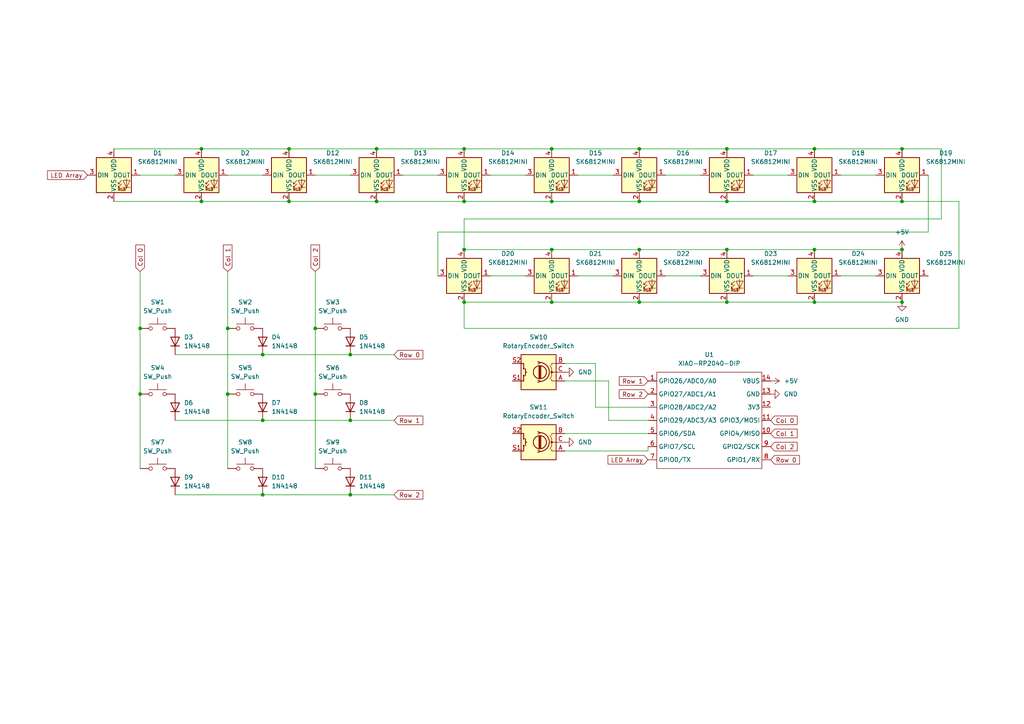
<source format=kicad_sch>
(kicad_sch
	(version 20250114)
	(generator "eeschema")
	(generator_version "9.0")
	(uuid "b664b255-59d4-438a-bc37-f21c9b7dbcfa")
	(paper "A4")
	(lib_symbols
		(symbol "Device:RotaryEncoder_Switch"
			(pin_names
				(offset 0.254)
				(hide yes)
			)
			(exclude_from_sim no)
			(in_bom yes)
			(on_board yes)
			(property "Reference" "SW"
				(at 0 6.604 0)
				(effects
					(font
						(size 1.27 1.27)
					)
				)
			)
			(property "Value" "RotaryEncoder_Switch"
				(at 0 -6.604 0)
				(effects
					(font
						(size 1.27 1.27)
					)
				)
			)
			(property "Footprint" ""
				(at -3.81 4.064 0)
				(effects
					(font
						(size 1.27 1.27)
					)
					(hide yes)
				)
			)
			(property "Datasheet" "~"
				(at 0 6.604 0)
				(effects
					(font
						(size 1.27 1.27)
					)
					(hide yes)
				)
			)
			(property "Description" "Rotary encoder, dual channel, incremental quadrate outputs, with switch"
				(at 0 0 0)
				(effects
					(font
						(size 1.27 1.27)
					)
					(hide yes)
				)
			)
			(property "ki_keywords" "rotary switch encoder switch push button"
				(at 0 0 0)
				(effects
					(font
						(size 1.27 1.27)
					)
					(hide yes)
				)
			)
			(property "ki_fp_filters" "RotaryEncoder*Switch*"
				(at 0 0 0)
				(effects
					(font
						(size 1.27 1.27)
					)
					(hide yes)
				)
			)
			(symbol "RotaryEncoder_Switch_0_1"
				(rectangle
					(start -5.08 5.08)
					(end 5.08 -5.08)
					(stroke
						(width 0.254)
						(type default)
					)
					(fill
						(type background)
					)
				)
				(polyline
					(pts
						(xy -5.08 2.54) (xy -3.81 2.54) (xy -3.81 2.032)
					)
					(stroke
						(width 0)
						(type default)
					)
					(fill
						(type none)
					)
				)
				(polyline
					(pts
						(xy -5.08 0) (xy -3.81 0) (xy -3.81 -1.016) (xy -3.302 -2.032)
					)
					(stroke
						(width 0)
						(type default)
					)
					(fill
						(type none)
					)
				)
				(polyline
					(pts
						(xy -5.08 -2.54) (xy -3.81 -2.54) (xy -3.81 -2.032)
					)
					(stroke
						(width 0)
						(type default)
					)
					(fill
						(type none)
					)
				)
				(polyline
					(pts
						(xy -4.318 0) (xy -3.81 0) (xy -3.81 1.016) (xy -3.302 2.032)
					)
					(stroke
						(width 0)
						(type default)
					)
					(fill
						(type none)
					)
				)
				(circle
					(center -3.81 0)
					(radius 0.254)
					(stroke
						(width 0)
						(type default)
					)
					(fill
						(type outline)
					)
				)
				(polyline
					(pts
						(xy -0.635 -1.778) (xy -0.635 1.778)
					)
					(stroke
						(width 0.254)
						(type default)
					)
					(fill
						(type none)
					)
				)
				(circle
					(center -0.381 0)
					(radius 1.905)
					(stroke
						(width 0.254)
						(type default)
					)
					(fill
						(type none)
					)
				)
				(polyline
					(pts
						(xy -0.381 -1.778) (xy -0.381 1.778)
					)
					(stroke
						(width 0.254)
						(type default)
					)
					(fill
						(type none)
					)
				)
				(arc
					(start -0.381 -2.794)
					(mid -3.0988 -0.0635)
					(end -0.381 2.667)
					(stroke
						(width 0.254)
						(type default)
					)
					(fill
						(type none)
					)
				)
				(polyline
					(pts
						(xy -0.127 1.778) (xy -0.127 -1.778)
					)
					(stroke
						(width 0.254)
						(type default)
					)
					(fill
						(type none)
					)
				)
				(polyline
					(pts
						(xy 0.254 2.921) (xy -0.508 2.667) (xy 0.127 2.286)
					)
					(stroke
						(width 0.254)
						(type default)
					)
					(fill
						(type none)
					)
				)
				(polyline
					(pts
						(xy 0.254 -3.048) (xy -0.508 -2.794) (xy 0.127 -2.413)
					)
					(stroke
						(width 0.254)
						(type default)
					)
					(fill
						(type none)
					)
				)
				(polyline
					(pts
						(xy 3.81 1.016) (xy 3.81 -1.016)
					)
					(stroke
						(width 0.254)
						(type default)
					)
					(fill
						(type none)
					)
				)
				(polyline
					(pts
						(xy 3.81 0) (xy 3.429 0)
					)
					(stroke
						(width 0.254)
						(type default)
					)
					(fill
						(type none)
					)
				)
				(circle
					(center 4.318 1.016)
					(radius 0.127)
					(stroke
						(width 0.254)
						(type default)
					)
					(fill
						(type none)
					)
				)
				(circle
					(center 4.318 -1.016)
					(radius 0.127)
					(stroke
						(width 0.254)
						(type default)
					)
					(fill
						(type none)
					)
				)
				(polyline
					(pts
						(xy 5.08 2.54) (xy 4.318 2.54) (xy 4.318 1.016)
					)
					(stroke
						(width 0.254)
						(type default)
					)
					(fill
						(type none)
					)
				)
				(polyline
					(pts
						(xy 5.08 -2.54) (xy 4.318 -2.54) (xy 4.318 -1.016)
					)
					(stroke
						(width 0.254)
						(type default)
					)
					(fill
						(type none)
					)
				)
			)
			(symbol "RotaryEncoder_Switch_1_1"
				(pin passive line
					(at -7.62 2.54 0)
					(length 2.54)
					(name "A"
						(effects
							(font
								(size 1.27 1.27)
							)
						)
					)
					(number "A"
						(effects
							(font
								(size 1.27 1.27)
							)
						)
					)
				)
				(pin passive line
					(at -7.62 0 0)
					(length 2.54)
					(name "C"
						(effects
							(font
								(size 1.27 1.27)
							)
						)
					)
					(number "C"
						(effects
							(font
								(size 1.27 1.27)
							)
						)
					)
				)
				(pin passive line
					(at -7.62 -2.54 0)
					(length 2.54)
					(name "B"
						(effects
							(font
								(size 1.27 1.27)
							)
						)
					)
					(number "B"
						(effects
							(font
								(size 1.27 1.27)
							)
						)
					)
				)
				(pin passive line
					(at 7.62 2.54 180)
					(length 2.54)
					(name "S1"
						(effects
							(font
								(size 1.27 1.27)
							)
						)
					)
					(number "S1"
						(effects
							(font
								(size 1.27 1.27)
							)
						)
					)
				)
				(pin passive line
					(at 7.62 -2.54 180)
					(length 2.54)
					(name "S2"
						(effects
							(font
								(size 1.27 1.27)
							)
						)
					)
					(number "S2"
						(effects
							(font
								(size 1.27 1.27)
							)
						)
					)
				)
			)
			(embedded_fonts no)
		)
		(symbol "Diode:1N4148"
			(pin_numbers
				(hide yes)
			)
			(pin_names
				(hide yes)
			)
			(exclude_from_sim no)
			(in_bom yes)
			(on_board yes)
			(property "Reference" "D"
				(at 0 2.54 0)
				(effects
					(font
						(size 1.27 1.27)
					)
				)
			)
			(property "Value" "1N4148"
				(at 0 -2.54 0)
				(effects
					(font
						(size 1.27 1.27)
					)
				)
			)
			(property "Footprint" "Diode_THT:D_DO-35_SOD27_P7.62mm_Horizontal"
				(at 0 0 0)
				(effects
					(font
						(size 1.27 1.27)
					)
					(hide yes)
				)
			)
			(property "Datasheet" "https://assets.nexperia.com/documents/data-sheet/1N4148_1N4448.pdf"
				(at 0 0 0)
				(effects
					(font
						(size 1.27 1.27)
					)
					(hide yes)
				)
			)
			(property "Description" "100V 0.15A standard switching diode, DO-35"
				(at 0 0 0)
				(effects
					(font
						(size 1.27 1.27)
					)
					(hide yes)
				)
			)
			(property "Sim.Device" "D"
				(at 0 0 0)
				(effects
					(font
						(size 1.27 1.27)
					)
					(hide yes)
				)
			)
			(property "Sim.Pins" "1=K 2=A"
				(at 0 0 0)
				(effects
					(font
						(size 1.27 1.27)
					)
					(hide yes)
				)
			)
			(property "ki_keywords" "diode"
				(at 0 0 0)
				(effects
					(font
						(size 1.27 1.27)
					)
					(hide yes)
				)
			)
			(property "ki_fp_filters" "D*DO?35*"
				(at 0 0 0)
				(effects
					(font
						(size 1.27 1.27)
					)
					(hide yes)
				)
			)
			(symbol "1N4148_0_1"
				(polyline
					(pts
						(xy -1.27 1.27) (xy -1.27 -1.27)
					)
					(stroke
						(width 0.254)
						(type default)
					)
					(fill
						(type none)
					)
				)
				(polyline
					(pts
						(xy 1.27 1.27) (xy 1.27 -1.27) (xy -1.27 0) (xy 1.27 1.27)
					)
					(stroke
						(width 0.254)
						(type default)
					)
					(fill
						(type none)
					)
				)
				(polyline
					(pts
						(xy 1.27 0) (xy -1.27 0)
					)
					(stroke
						(width 0)
						(type default)
					)
					(fill
						(type none)
					)
				)
			)
			(symbol "1N4148_1_1"
				(pin passive line
					(at -3.81 0 0)
					(length 2.54)
					(name "K"
						(effects
							(font
								(size 1.27 1.27)
							)
						)
					)
					(number "1"
						(effects
							(font
								(size 1.27 1.27)
							)
						)
					)
				)
				(pin passive line
					(at 3.81 0 180)
					(length 2.54)
					(name "A"
						(effects
							(font
								(size 1.27 1.27)
							)
						)
					)
					(number "2"
						(effects
							(font
								(size 1.27 1.27)
							)
						)
					)
				)
			)
			(embedded_fonts no)
		)
		(symbol "LED:SK6812MINI"
			(pin_names
				(offset 0.254)
			)
			(exclude_from_sim no)
			(in_bom yes)
			(on_board yes)
			(property "Reference" "D"
				(at 5.08 5.715 0)
				(effects
					(font
						(size 1.27 1.27)
					)
					(justify right bottom)
				)
			)
			(property "Value" "SK6812MINI"
				(at 1.27 -5.715 0)
				(effects
					(font
						(size 1.27 1.27)
					)
					(justify left top)
				)
			)
			(property "Footprint" "LED_SMD:LED_SK6812MINI_PLCC4_3.5x3.5mm_P1.75mm"
				(at 1.27 -7.62 0)
				(effects
					(font
						(size 1.27 1.27)
					)
					(justify left top)
					(hide yes)
				)
			)
			(property "Datasheet" "https://cdn-shop.adafruit.com/product-files/2686/SK6812MINI_REV.01-1-2.pdf"
				(at 2.54 -9.525 0)
				(effects
					(font
						(size 1.27 1.27)
					)
					(justify left top)
					(hide yes)
				)
			)
			(property "Description" "RGB LED with integrated controller"
				(at 0 0 0)
				(effects
					(font
						(size 1.27 1.27)
					)
					(hide yes)
				)
			)
			(property "ki_keywords" "RGB LED NeoPixel Mini addressable"
				(at 0 0 0)
				(effects
					(font
						(size 1.27 1.27)
					)
					(hide yes)
				)
			)
			(property "ki_fp_filters" "LED*SK6812MINI*PLCC*3.5x3.5mm*P1.75mm*"
				(at 0 0 0)
				(effects
					(font
						(size 1.27 1.27)
					)
					(hide yes)
				)
			)
			(symbol "SK6812MINI_0_0"
				(text "RGB"
					(at 2.286 -4.191 0)
					(effects
						(font
							(size 0.762 0.762)
						)
					)
				)
			)
			(symbol "SK6812MINI_0_1"
				(polyline
					(pts
						(xy 1.27 -2.54) (xy 1.778 -2.54)
					)
					(stroke
						(width 0)
						(type default)
					)
					(fill
						(type none)
					)
				)
				(polyline
					(pts
						(xy 1.27 -3.556) (xy 1.778 -3.556)
					)
					(stroke
						(width 0)
						(type default)
					)
					(fill
						(type none)
					)
				)
				(polyline
					(pts
						(xy 2.286 -1.524) (xy 1.27 -2.54) (xy 1.27 -2.032)
					)
					(stroke
						(width 0)
						(type default)
					)
					(fill
						(type none)
					)
				)
				(polyline
					(pts
						(xy 2.286 -2.54) (xy 1.27 -3.556) (xy 1.27 -3.048)
					)
					(stroke
						(width 0)
						(type default)
					)
					(fill
						(type none)
					)
				)
				(polyline
					(pts
						(xy 3.683 -1.016) (xy 3.683 -3.556) (xy 3.683 -4.064)
					)
					(stroke
						(width 0)
						(type default)
					)
					(fill
						(type none)
					)
				)
				(polyline
					(pts
						(xy 4.699 -1.524) (xy 2.667 -1.524) (xy 3.683 -3.556) (xy 4.699 -1.524)
					)
					(stroke
						(width 0)
						(type default)
					)
					(fill
						(type none)
					)
				)
				(polyline
					(pts
						(xy 4.699 -3.556) (xy 2.667 -3.556)
					)
					(stroke
						(width 0)
						(type default)
					)
					(fill
						(type none)
					)
				)
				(rectangle
					(start 5.08 5.08)
					(end -5.08 -5.08)
					(stroke
						(width 0.254)
						(type default)
					)
					(fill
						(type background)
					)
				)
			)
			(symbol "SK6812MINI_1_1"
				(pin input line
					(at -7.62 0 0)
					(length 2.54)
					(name "DIN"
						(effects
							(font
								(size 1.27 1.27)
							)
						)
					)
					(number "3"
						(effects
							(font
								(size 1.27 1.27)
							)
						)
					)
				)
				(pin power_in line
					(at 0 7.62 270)
					(length 2.54)
					(name "VDD"
						(effects
							(font
								(size 1.27 1.27)
							)
						)
					)
					(number "4"
						(effects
							(font
								(size 1.27 1.27)
							)
						)
					)
				)
				(pin power_in line
					(at 0 -7.62 90)
					(length 2.54)
					(name "VSS"
						(effects
							(font
								(size 1.27 1.27)
							)
						)
					)
					(number "2"
						(effects
							(font
								(size 1.27 1.27)
							)
						)
					)
				)
				(pin output line
					(at 7.62 0 180)
					(length 2.54)
					(name "DOUT"
						(effects
							(font
								(size 1.27 1.27)
							)
						)
					)
					(number "1"
						(effects
							(font
								(size 1.27 1.27)
							)
						)
					)
				)
			)
			(embedded_fonts no)
		)
		(symbol "Seeed_Studio_XIAO_Series:XIAO-RP2040-DIP"
			(exclude_from_sim no)
			(in_bom yes)
			(on_board yes)
			(property "Reference" "U"
				(at 0 0 0)
				(effects
					(font
						(size 1.27 1.27)
					)
				)
			)
			(property "Value" "XIAO-RP2040-DIP"
				(at 5.334 -1.778 0)
				(effects
					(font
						(size 1.27 1.27)
					)
				)
			)
			(property "Footprint" "Module:MOUDLE14P-XIAO-DIP-SMD"
				(at 14.478 -32.258 0)
				(effects
					(font
						(size 1.27 1.27)
					)
					(hide yes)
				)
			)
			(property "Datasheet" ""
				(at 0 0 0)
				(effects
					(font
						(size 1.27 1.27)
					)
					(hide yes)
				)
			)
			(property "Description" ""
				(at 0 0 0)
				(effects
					(font
						(size 1.27 1.27)
					)
					(hide yes)
				)
			)
			(symbol "XIAO-RP2040-DIP_1_0"
				(polyline
					(pts
						(xy -1.27 -2.54) (xy 29.21 -2.54)
					)
					(stroke
						(width 0.1524)
						(type solid)
					)
					(fill
						(type none)
					)
				)
				(polyline
					(pts
						(xy -1.27 -5.08) (xy -2.54 -5.08)
					)
					(stroke
						(width 0.1524)
						(type solid)
					)
					(fill
						(type none)
					)
				)
				(polyline
					(pts
						(xy -1.27 -5.08) (xy -1.27 -2.54)
					)
					(stroke
						(width 0.1524)
						(type solid)
					)
					(fill
						(type none)
					)
				)
				(polyline
					(pts
						(xy -1.27 -8.89) (xy -2.54 -8.89)
					)
					(stroke
						(width 0.1524)
						(type solid)
					)
					(fill
						(type none)
					)
				)
				(polyline
					(pts
						(xy -1.27 -8.89) (xy -1.27 -5.08)
					)
					(stroke
						(width 0.1524)
						(type solid)
					)
					(fill
						(type none)
					)
				)
				(polyline
					(pts
						(xy -1.27 -12.7) (xy -2.54 -12.7)
					)
					(stroke
						(width 0.1524)
						(type solid)
					)
					(fill
						(type none)
					)
				)
				(polyline
					(pts
						(xy -1.27 -12.7) (xy -1.27 -8.89)
					)
					(stroke
						(width 0.1524)
						(type solid)
					)
					(fill
						(type none)
					)
				)
				(polyline
					(pts
						(xy -1.27 -16.51) (xy -2.54 -16.51)
					)
					(stroke
						(width 0.1524)
						(type solid)
					)
					(fill
						(type none)
					)
				)
				(polyline
					(pts
						(xy -1.27 -16.51) (xy -1.27 -12.7)
					)
					(stroke
						(width 0.1524)
						(type solid)
					)
					(fill
						(type none)
					)
				)
				(polyline
					(pts
						(xy -1.27 -20.32) (xy -2.54 -20.32)
					)
					(stroke
						(width 0.1524)
						(type solid)
					)
					(fill
						(type none)
					)
				)
				(polyline
					(pts
						(xy -1.27 -24.13) (xy -2.54 -24.13)
					)
					(stroke
						(width 0.1524)
						(type solid)
					)
					(fill
						(type none)
					)
				)
				(polyline
					(pts
						(xy -1.27 -27.94) (xy -2.54 -27.94)
					)
					(stroke
						(width 0.1524)
						(type solid)
					)
					(fill
						(type none)
					)
				)
				(polyline
					(pts
						(xy -1.27 -30.48) (xy -1.27 -16.51)
					)
					(stroke
						(width 0.1524)
						(type solid)
					)
					(fill
						(type none)
					)
				)
				(polyline
					(pts
						(xy 29.21 -2.54) (xy 29.21 -5.08)
					)
					(stroke
						(width 0.1524)
						(type solid)
					)
					(fill
						(type none)
					)
				)
				(polyline
					(pts
						(xy 29.21 -5.08) (xy 29.21 -8.89)
					)
					(stroke
						(width 0.1524)
						(type solid)
					)
					(fill
						(type none)
					)
				)
				(polyline
					(pts
						(xy 29.21 -8.89) (xy 29.21 -12.7)
					)
					(stroke
						(width 0.1524)
						(type solid)
					)
					(fill
						(type none)
					)
				)
				(polyline
					(pts
						(xy 29.21 -12.7) (xy 29.21 -30.48)
					)
					(stroke
						(width 0.1524)
						(type solid)
					)
					(fill
						(type none)
					)
				)
				(polyline
					(pts
						(xy 29.21 -30.48) (xy -1.27 -30.48)
					)
					(stroke
						(width 0.1524)
						(type solid)
					)
					(fill
						(type none)
					)
				)
				(polyline
					(pts
						(xy 30.48 -5.08) (xy 29.21 -5.08)
					)
					(stroke
						(width 0.1524)
						(type solid)
					)
					(fill
						(type none)
					)
				)
				(polyline
					(pts
						(xy 30.48 -8.89) (xy 29.21 -8.89)
					)
					(stroke
						(width 0.1524)
						(type solid)
					)
					(fill
						(type none)
					)
				)
				(polyline
					(pts
						(xy 30.48 -12.7) (xy 29.21 -12.7)
					)
					(stroke
						(width 0.1524)
						(type solid)
					)
					(fill
						(type none)
					)
				)
				(polyline
					(pts
						(xy 30.48 -16.51) (xy 29.21 -16.51)
					)
					(stroke
						(width 0.1524)
						(type solid)
					)
					(fill
						(type none)
					)
				)
				(polyline
					(pts
						(xy 30.48 -20.32) (xy 29.21 -20.32)
					)
					(stroke
						(width 0.1524)
						(type solid)
					)
					(fill
						(type none)
					)
				)
				(polyline
					(pts
						(xy 30.48 -24.13) (xy 29.21 -24.13)
					)
					(stroke
						(width 0.1524)
						(type solid)
					)
					(fill
						(type none)
					)
				)
				(polyline
					(pts
						(xy 30.48 -27.94) (xy 29.21 -27.94)
					)
					(stroke
						(width 0.1524)
						(type solid)
					)
					(fill
						(type none)
					)
				)
				(pin passive line
					(at -3.81 -5.08 0)
					(length 2.54)
					(name "GPIO26/ADC0/A0"
						(effects
							(font
								(size 1.27 1.27)
							)
						)
					)
					(number "1"
						(effects
							(font
								(size 1.27 1.27)
							)
						)
					)
				)
				(pin passive line
					(at -3.81 -8.89 0)
					(length 2.54)
					(name "GPIO27/ADC1/A1"
						(effects
							(font
								(size 1.27 1.27)
							)
						)
					)
					(number "2"
						(effects
							(font
								(size 1.27 1.27)
							)
						)
					)
				)
				(pin passive line
					(at -3.81 -12.7 0)
					(length 2.54)
					(name "GPIO28/ADC2/A2"
						(effects
							(font
								(size 1.27 1.27)
							)
						)
					)
					(number "3"
						(effects
							(font
								(size 1.27 1.27)
							)
						)
					)
				)
				(pin passive line
					(at -3.81 -16.51 0)
					(length 2.54)
					(name "GPIO29/ADC3/A3"
						(effects
							(font
								(size 1.27 1.27)
							)
						)
					)
					(number "4"
						(effects
							(font
								(size 1.27 1.27)
							)
						)
					)
				)
				(pin passive line
					(at -3.81 -20.32 0)
					(length 2.54)
					(name "GPIO6/SDA"
						(effects
							(font
								(size 1.27 1.27)
							)
						)
					)
					(number "5"
						(effects
							(font
								(size 1.27 1.27)
							)
						)
					)
				)
				(pin passive line
					(at -3.81 -24.13 0)
					(length 2.54)
					(name "GPIO7/SCL"
						(effects
							(font
								(size 1.27 1.27)
							)
						)
					)
					(number "6"
						(effects
							(font
								(size 1.27 1.27)
							)
						)
					)
				)
				(pin passive line
					(at -3.81 -27.94 0)
					(length 2.54)
					(name "GPIO0/TX"
						(effects
							(font
								(size 1.27 1.27)
							)
						)
					)
					(number "7"
						(effects
							(font
								(size 1.27 1.27)
							)
						)
					)
				)
				(pin passive line
					(at 31.75 -5.08 180)
					(length 2.54)
					(name "VBUS"
						(effects
							(font
								(size 1.27 1.27)
							)
						)
					)
					(number "14"
						(effects
							(font
								(size 1.27 1.27)
							)
						)
					)
				)
				(pin passive line
					(at 31.75 -8.89 180)
					(length 2.54)
					(name "GND"
						(effects
							(font
								(size 1.27 1.27)
							)
						)
					)
					(number "13"
						(effects
							(font
								(size 1.27 1.27)
							)
						)
					)
				)
				(pin passive line
					(at 31.75 -12.7 180)
					(length 2.54)
					(name "3V3"
						(effects
							(font
								(size 1.27 1.27)
							)
						)
					)
					(number "12"
						(effects
							(font
								(size 1.27 1.27)
							)
						)
					)
				)
				(pin passive line
					(at 31.75 -16.51 180)
					(length 2.54)
					(name "GPIO3/MOSI"
						(effects
							(font
								(size 1.27 1.27)
							)
						)
					)
					(number "11"
						(effects
							(font
								(size 1.27 1.27)
							)
						)
					)
				)
				(pin passive line
					(at 31.75 -20.32 180)
					(length 2.54)
					(name "GPIO4/MISO"
						(effects
							(font
								(size 1.27 1.27)
							)
						)
					)
					(number "10"
						(effects
							(font
								(size 1.27 1.27)
							)
						)
					)
				)
				(pin passive line
					(at 31.75 -24.13 180)
					(length 2.54)
					(name "GPIO2/SCK"
						(effects
							(font
								(size 1.27 1.27)
							)
						)
					)
					(number "9"
						(effects
							(font
								(size 1.27 1.27)
							)
						)
					)
				)
				(pin passive line
					(at 31.75 -27.94 180)
					(length 2.54)
					(name "GPIO1/RX"
						(effects
							(font
								(size 1.27 1.27)
							)
						)
					)
					(number "8"
						(effects
							(font
								(size 1.27 1.27)
							)
						)
					)
				)
			)
			(embedded_fonts no)
		)
		(symbol "Switch:SW_Push"
			(pin_numbers
				(hide yes)
			)
			(pin_names
				(offset 1.016)
				(hide yes)
			)
			(exclude_from_sim no)
			(in_bom yes)
			(on_board yes)
			(property "Reference" "SW"
				(at 1.27 2.54 0)
				(effects
					(font
						(size 1.27 1.27)
					)
					(justify left)
				)
			)
			(property "Value" "SW_Push"
				(at 0 -1.524 0)
				(effects
					(font
						(size 1.27 1.27)
					)
				)
			)
			(property "Footprint" ""
				(at 0 5.08 0)
				(effects
					(font
						(size 1.27 1.27)
					)
					(hide yes)
				)
			)
			(property "Datasheet" "~"
				(at 0 5.08 0)
				(effects
					(font
						(size 1.27 1.27)
					)
					(hide yes)
				)
			)
			(property "Description" "Push button switch, generic, two pins"
				(at 0 0 0)
				(effects
					(font
						(size 1.27 1.27)
					)
					(hide yes)
				)
			)
			(property "ki_keywords" "switch normally-open pushbutton push-button"
				(at 0 0 0)
				(effects
					(font
						(size 1.27 1.27)
					)
					(hide yes)
				)
			)
			(symbol "SW_Push_0_1"
				(circle
					(center -2.032 0)
					(radius 0.508)
					(stroke
						(width 0)
						(type default)
					)
					(fill
						(type none)
					)
				)
				(polyline
					(pts
						(xy 0 1.27) (xy 0 3.048)
					)
					(stroke
						(width 0)
						(type default)
					)
					(fill
						(type none)
					)
				)
				(circle
					(center 2.032 0)
					(radius 0.508)
					(stroke
						(width 0)
						(type default)
					)
					(fill
						(type none)
					)
				)
				(polyline
					(pts
						(xy 2.54 1.27) (xy -2.54 1.27)
					)
					(stroke
						(width 0)
						(type default)
					)
					(fill
						(type none)
					)
				)
				(pin passive line
					(at -5.08 0 0)
					(length 2.54)
					(name "1"
						(effects
							(font
								(size 1.27 1.27)
							)
						)
					)
					(number "1"
						(effects
							(font
								(size 1.27 1.27)
							)
						)
					)
				)
				(pin passive line
					(at 5.08 0 180)
					(length 2.54)
					(name "2"
						(effects
							(font
								(size 1.27 1.27)
							)
						)
					)
					(number "2"
						(effects
							(font
								(size 1.27 1.27)
							)
						)
					)
				)
			)
			(embedded_fonts no)
		)
		(symbol "power:+5V"
			(power)
			(pin_numbers
				(hide yes)
			)
			(pin_names
				(offset 0)
				(hide yes)
			)
			(exclude_from_sim no)
			(in_bom yes)
			(on_board yes)
			(property "Reference" "#PWR"
				(at 0 -3.81 0)
				(effects
					(font
						(size 1.27 1.27)
					)
					(hide yes)
				)
			)
			(property "Value" "+5V"
				(at 0 3.556 0)
				(effects
					(font
						(size 1.27 1.27)
					)
				)
			)
			(property "Footprint" ""
				(at 0 0 0)
				(effects
					(font
						(size 1.27 1.27)
					)
					(hide yes)
				)
			)
			(property "Datasheet" ""
				(at 0 0 0)
				(effects
					(font
						(size 1.27 1.27)
					)
					(hide yes)
				)
			)
			(property "Description" "Power symbol creates a global label with name \"+5V\""
				(at 0 0 0)
				(effects
					(font
						(size 1.27 1.27)
					)
					(hide yes)
				)
			)
			(property "ki_keywords" "global power"
				(at 0 0 0)
				(effects
					(font
						(size 1.27 1.27)
					)
					(hide yes)
				)
			)
			(symbol "+5V_0_1"
				(polyline
					(pts
						(xy -0.762 1.27) (xy 0 2.54)
					)
					(stroke
						(width 0)
						(type default)
					)
					(fill
						(type none)
					)
				)
				(polyline
					(pts
						(xy 0 2.54) (xy 0.762 1.27)
					)
					(stroke
						(width 0)
						(type default)
					)
					(fill
						(type none)
					)
				)
				(polyline
					(pts
						(xy 0 0) (xy 0 2.54)
					)
					(stroke
						(width 0)
						(type default)
					)
					(fill
						(type none)
					)
				)
			)
			(symbol "+5V_1_1"
				(pin power_in line
					(at 0 0 90)
					(length 0)
					(name "~"
						(effects
							(font
								(size 1.27 1.27)
							)
						)
					)
					(number "1"
						(effects
							(font
								(size 1.27 1.27)
							)
						)
					)
				)
			)
			(embedded_fonts no)
		)
		(symbol "power:GND"
			(power)
			(pin_numbers
				(hide yes)
			)
			(pin_names
				(offset 0)
				(hide yes)
			)
			(exclude_from_sim no)
			(in_bom yes)
			(on_board yes)
			(property "Reference" "#PWR"
				(at 0 -6.35 0)
				(effects
					(font
						(size 1.27 1.27)
					)
					(hide yes)
				)
			)
			(property "Value" "GND"
				(at 0 -3.81 0)
				(effects
					(font
						(size 1.27 1.27)
					)
				)
			)
			(property "Footprint" ""
				(at 0 0 0)
				(effects
					(font
						(size 1.27 1.27)
					)
					(hide yes)
				)
			)
			(property "Datasheet" ""
				(at 0 0 0)
				(effects
					(font
						(size 1.27 1.27)
					)
					(hide yes)
				)
			)
			(property "Description" "Power symbol creates a global label with name \"GND\" , ground"
				(at 0 0 0)
				(effects
					(font
						(size 1.27 1.27)
					)
					(hide yes)
				)
			)
			(property "ki_keywords" "global power"
				(at 0 0 0)
				(effects
					(font
						(size 1.27 1.27)
					)
					(hide yes)
				)
			)
			(symbol "GND_0_1"
				(polyline
					(pts
						(xy 0 0) (xy 0 -1.27) (xy 1.27 -1.27) (xy 0 -2.54) (xy -1.27 -1.27) (xy 0 -1.27)
					)
					(stroke
						(width 0)
						(type default)
					)
					(fill
						(type none)
					)
				)
			)
			(symbol "GND_1_1"
				(pin power_in line
					(at 0 0 270)
					(length 0)
					(name "~"
						(effects
							(font
								(size 1.27 1.27)
							)
						)
					)
					(number "1"
						(effects
							(font
								(size 1.27 1.27)
							)
						)
					)
				)
			)
			(embedded_fonts no)
		)
	)
	(junction
		(at 185.42 43.18)
		(diameter 0)
		(color 0 0 0 0)
		(uuid "06be9aac-1b0d-4f47-a6ed-9bc23513619c")
	)
	(junction
		(at 40.64 114.3)
		(diameter 0)
		(color 0 0 0 0)
		(uuid "0adb88bf-7f3f-4680-9eff-9fe55f759ef4")
	)
	(junction
		(at 160.02 72.39)
		(diameter 0)
		(color 0 0 0 0)
		(uuid "1b861a60-da5f-46b2-ad05-9dbeafdbeda6")
	)
	(junction
		(at 83.82 58.42)
		(diameter 0)
		(color 0 0 0 0)
		(uuid "1ba19606-cf8e-41a2-bef5-c6102fbe2b72")
	)
	(junction
		(at 261.62 72.39)
		(diameter 0)
		(color 0 0 0 0)
		(uuid "1c6a9000-d433-4225-b362-33d193e49770")
	)
	(junction
		(at 185.42 72.39)
		(diameter 0)
		(color 0 0 0 0)
		(uuid "2ba1d2a9-3327-4ea4-a088-29c93077621e")
	)
	(junction
		(at 185.42 58.42)
		(diameter 0)
		(color 0 0 0 0)
		(uuid "2e1b2d02-5a73-4a4c-80e5-f1a5faf89a77")
	)
	(junction
		(at 134.62 72.39)
		(diameter 0)
		(color 0 0 0 0)
		(uuid "3035d84d-1dea-400b-bb03-756297a0903b")
	)
	(junction
		(at 83.82 43.18)
		(diameter 0)
		(color 0 0 0 0)
		(uuid "32fc49ed-a6c0-48d2-ae1a-271cf10f8da3")
	)
	(junction
		(at 236.22 58.42)
		(diameter 0)
		(color 0 0 0 0)
		(uuid "34a0d182-fc13-4e76-9c82-76feed4d7d60")
	)
	(junction
		(at 58.42 43.18)
		(diameter 0)
		(color 0 0 0 0)
		(uuid "36c175e3-fb59-4575-a551-5d1dafd2f02f")
	)
	(junction
		(at 101.6 121.92)
		(diameter 0)
		(color 0 0 0 0)
		(uuid "390721c2-d265-4583-914a-acf940446ee0")
	)
	(junction
		(at 185.42 87.63)
		(diameter 0)
		(color 0 0 0 0)
		(uuid "3ae07a87-1835-48ce-a469-316a7a429051")
	)
	(junction
		(at 101.6 102.87)
		(diameter 0)
		(color 0 0 0 0)
		(uuid "3f90581e-0a49-4d33-8cee-4bfe3064498b")
	)
	(junction
		(at 134.62 87.63)
		(diameter 0)
		(color 0 0 0 0)
		(uuid "6318b0c2-146b-41e9-9711-fdbdb98cb9f1")
	)
	(junction
		(at 236.22 43.18)
		(diameter 0)
		(color 0 0 0 0)
		(uuid "638dbc32-94a9-4454-9ec0-9c6deea4182e")
	)
	(junction
		(at 261.62 43.18)
		(diameter 0)
		(color 0 0 0 0)
		(uuid "6e9b01a1-0a3c-4ab9-99f5-473ab6058f6c")
	)
	(junction
		(at 261.62 87.63)
		(diameter 0)
		(color 0 0 0 0)
		(uuid "73a6760f-d470-4c56-b7f3-860255329ad2")
	)
	(junction
		(at 91.44 95.25)
		(diameter 0)
		(color 0 0 0 0)
		(uuid "7757e285-d4be-495f-9222-44ee5843e0be")
	)
	(junction
		(at 236.22 72.39)
		(diameter 0)
		(color 0 0 0 0)
		(uuid "77a47f5a-759d-4716-be8b-d498d35f4ca6")
	)
	(junction
		(at 109.22 58.42)
		(diameter 0)
		(color 0 0 0 0)
		(uuid "7ff4daab-b450-4c90-92a7-efba4061252f")
	)
	(junction
		(at 236.22 87.63)
		(diameter 0)
		(color 0 0 0 0)
		(uuid "86047db5-1e57-4ebc-9a7b-fd4cb2cc5f3d")
	)
	(junction
		(at 210.82 72.39)
		(diameter 0)
		(color 0 0 0 0)
		(uuid "8c2ca0ef-0e22-46b7-9dbd-512ef72be31f")
	)
	(junction
		(at 134.62 58.42)
		(diameter 0)
		(color 0 0 0 0)
		(uuid "a58b1f2a-2e99-413c-9889-3d2d17137163")
	)
	(junction
		(at 160.02 58.42)
		(diameter 0)
		(color 0 0 0 0)
		(uuid "a7f7fee1-c9dc-434d-9807-1438108830fc")
	)
	(junction
		(at 58.42 58.42)
		(diameter 0)
		(color 0 0 0 0)
		(uuid "aa3b7475-6bde-4005-9d61-0d8f4a435e6f")
	)
	(junction
		(at 66.04 95.25)
		(diameter 0)
		(color 0 0 0 0)
		(uuid "ab8f0707-a83d-4551-bdcf-0d1ed36cfad8")
	)
	(junction
		(at 76.2 121.92)
		(diameter 0)
		(color 0 0 0 0)
		(uuid "aba6699d-ff28-4193-8d6e-b951dabdbf02")
	)
	(junction
		(at 76.2 143.51)
		(diameter 0)
		(color 0 0 0 0)
		(uuid "ad9fb7b9-42b2-4165-b277-9e4225e06a1b")
	)
	(junction
		(at 134.62 43.18)
		(diameter 0)
		(color 0 0 0 0)
		(uuid "b4b51309-5c54-49b6-a952-e54d16a9bef6")
	)
	(junction
		(at 160.02 43.18)
		(diameter 0)
		(color 0 0 0 0)
		(uuid "b9b01e58-96c6-47fb-b2c6-1782f4bfb5f5")
	)
	(junction
		(at 109.22 43.18)
		(diameter 0)
		(color 0 0 0 0)
		(uuid "bc29c0f6-4ace-473c-b894-11be24f5cd94")
	)
	(junction
		(at 66.04 114.3)
		(diameter 0)
		(color 0 0 0 0)
		(uuid "c5cd37f1-609f-45f6-bdf1-b92bf78601e2")
	)
	(junction
		(at 210.82 43.18)
		(diameter 0)
		(color 0 0 0 0)
		(uuid "c6a1ec73-c17e-4a09-9d1e-bfca6a23a9ff")
	)
	(junction
		(at 210.82 58.42)
		(diameter 0)
		(color 0 0 0 0)
		(uuid "dd645226-6cd7-4c83-8b5b-c97d37c461fd")
	)
	(junction
		(at 91.44 114.3)
		(diameter 0)
		(color 0 0 0 0)
		(uuid "dd9fa929-0d0a-44aa-b04b-856798253ed5")
	)
	(junction
		(at 261.62 58.42)
		(diameter 0)
		(color 0 0 0 0)
		(uuid "e346594b-5a08-4825-8ca3-e67a82857330")
	)
	(junction
		(at 160.02 87.63)
		(diameter 0)
		(color 0 0 0 0)
		(uuid "ea7c6965-d99b-4ad1-ae53-681609ee07f8")
	)
	(junction
		(at 40.64 95.25)
		(diameter 0)
		(color 0 0 0 0)
		(uuid "eedfb7b3-d760-4a23-9bc0-f79d48b6156d")
	)
	(junction
		(at 76.2 102.87)
		(diameter 0)
		(color 0 0 0 0)
		(uuid "f483388c-2091-49d3-bf01-33176dbffed8")
	)
	(junction
		(at 210.82 87.63)
		(diameter 0)
		(color 0 0 0 0)
		(uuid "f97b24c3-d84a-4b3a-ad91-024ffe6b6a27")
	)
	(junction
		(at 101.6 143.51)
		(diameter 0)
		(color 0 0 0 0)
		(uuid "fcb4e93b-4c30-4e8b-a2a4-d31ebfdc020e")
	)
	(wire
		(pts
			(xy 40.64 78.74) (xy 40.64 95.25)
		)
		(stroke
			(width 0)
			(type default)
		)
		(uuid "0231dd8f-1ee1-4bf2-9616-886539f40080")
	)
	(wire
		(pts
			(xy 76.2 102.87) (xy 101.6 102.87)
		)
		(stroke
			(width 0)
			(type default)
		)
		(uuid "02bfb3f6-36f3-4367-84cd-8b10b0232081")
	)
	(wire
		(pts
			(xy 172.72 105.41) (xy 172.72 118.11)
		)
		(stroke
			(width 0)
			(type default)
		)
		(uuid "1034eb37-e4e7-43bd-80fb-a001a2bf05c1")
	)
	(wire
		(pts
			(xy 210.82 87.63) (xy 236.22 87.63)
		)
		(stroke
			(width 0)
			(type default)
		)
		(uuid "15544283-4b8f-4f17-b8eb-668ad1d09b83")
	)
	(wire
		(pts
			(xy 210.82 43.18) (xy 236.22 43.18)
		)
		(stroke
			(width 0)
			(type default)
		)
		(uuid "1d078add-6551-48bd-a214-9aaaf3fa30e3")
	)
	(wire
		(pts
			(xy 176.53 110.49) (xy 163.83 110.49)
		)
		(stroke
			(width 0)
			(type default)
		)
		(uuid "259a248d-2e14-4d01-beb0-4ca0f95bca0a")
	)
	(wire
		(pts
			(xy 66.04 95.25) (xy 66.04 114.3)
		)
		(stroke
			(width 0)
			(type default)
		)
		(uuid "2735aca3-afd9-4659-856a-d538cd5f0ed7")
	)
	(wire
		(pts
			(xy 210.82 72.39) (xy 236.22 72.39)
		)
		(stroke
			(width 0)
			(type default)
		)
		(uuid "27963171-19c1-4761-bbfc-1e8f70fce0e8")
	)
	(wire
		(pts
			(xy 114.3 121.92) (xy 101.6 121.92)
		)
		(stroke
			(width 0)
			(type default)
		)
		(uuid "27f6a70e-b9d4-4dd3-95ca-d97c4fe87271")
	)
	(wire
		(pts
			(xy 109.22 58.42) (xy 134.62 58.42)
		)
		(stroke
			(width 0)
			(type default)
		)
		(uuid "280b209c-fd9e-4cd4-93d8-e6df8a07fc1b")
	)
	(wire
		(pts
			(xy 134.62 58.42) (xy 160.02 58.42)
		)
		(stroke
			(width 0)
			(type default)
		)
		(uuid "2ccb5033-5ca3-42d2-a1b9-7d951b5c76dc")
	)
	(wire
		(pts
			(xy 40.64 95.25) (xy 40.64 114.3)
		)
		(stroke
			(width 0)
			(type default)
		)
		(uuid "317f04f2-a018-4ee3-8f23-af88af093f31")
	)
	(wire
		(pts
			(xy 50.8 121.92) (xy 76.2 121.92)
		)
		(stroke
			(width 0)
			(type default)
		)
		(uuid "31a7fa1c-17bc-4255-923f-8979c6fff804")
	)
	(wire
		(pts
			(xy 160.02 87.63) (xy 185.42 87.63)
		)
		(stroke
			(width 0)
			(type default)
		)
		(uuid "3366ac6c-dc6e-4629-9a34-2c47fe980ac3")
	)
	(wire
		(pts
			(xy 243.84 50.8) (xy 254 50.8)
		)
		(stroke
			(width 0)
			(type default)
		)
		(uuid "360919df-7af7-49b0-a817-dc1b3294c270")
	)
	(wire
		(pts
			(xy 66.04 50.8) (xy 76.2 50.8)
		)
		(stroke
			(width 0)
			(type default)
		)
		(uuid "39c80fdb-2d2e-42e7-88c0-d0f5d2e8bfe2")
	)
	(wire
		(pts
			(xy 114.3 102.87) (xy 101.6 102.87)
		)
		(stroke
			(width 0)
			(type default)
		)
		(uuid "4704992a-2673-4a1c-824f-73ead12428d4")
	)
	(wire
		(pts
			(xy 218.44 80.01) (xy 228.6 80.01)
		)
		(stroke
			(width 0)
			(type default)
		)
		(uuid "493b4793-d2b7-4074-abbc-5759dcc9f08b")
	)
	(wire
		(pts
			(xy 185.42 58.42) (xy 210.82 58.42)
		)
		(stroke
			(width 0)
			(type default)
		)
		(uuid "4a3bdb0d-bae1-4dd0-ac7c-73049b4cfd5e")
	)
	(wire
		(pts
			(xy 185.42 43.18) (xy 210.82 43.18)
		)
		(stroke
			(width 0)
			(type default)
		)
		(uuid "4a74be4d-248c-4080-bedf-53ada8d5343a")
	)
	(wire
		(pts
			(xy 142.24 80.01) (xy 152.4 80.01)
		)
		(stroke
			(width 0)
			(type default)
		)
		(uuid "4b6bcdc1-a1a7-48a3-be4e-cf130874c265")
	)
	(wire
		(pts
			(xy 278.13 58.42) (xy 278.13 95.25)
		)
		(stroke
			(width 0)
			(type default)
		)
		(uuid "4d7ff3e7-059d-4586-b3c0-b08c319e23c4")
	)
	(wire
		(pts
			(xy 50.8 143.51) (xy 76.2 143.51)
		)
		(stroke
			(width 0)
			(type default)
		)
		(uuid "58b39768-f897-4009-8db3-a09220867e44")
	)
	(wire
		(pts
			(xy 116.84 50.8) (xy 127 50.8)
		)
		(stroke
			(width 0)
			(type default)
		)
		(uuid "5b8f1038-2c7a-403d-a31d-a8c166d08cfd")
	)
	(wire
		(pts
			(xy 193.04 50.8) (xy 203.2 50.8)
		)
		(stroke
			(width 0)
			(type default)
		)
		(uuid "65bb3427-75a5-4953-ab2f-e1799a0cff39")
	)
	(wire
		(pts
			(xy 167.64 50.8) (xy 177.8 50.8)
		)
		(stroke
			(width 0)
			(type default)
		)
		(uuid "67cc8ef7-cb80-4356-abb2-000f7f8e2f88")
	)
	(wire
		(pts
			(xy 40.64 50.8) (xy 50.8 50.8)
		)
		(stroke
			(width 0)
			(type default)
		)
		(uuid "6c517976-f96d-487f-8e59-d82d005d5bb9")
	)
	(wire
		(pts
			(xy 40.64 114.3) (xy 40.64 135.89)
		)
		(stroke
			(width 0)
			(type default)
		)
		(uuid "6eefb16d-ce38-4f36-a551-8733abc10d88")
	)
	(wire
		(pts
			(xy 134.62 63.5) (xy 134.62 72.39)
		)
		(stroke
			(width 0)
			(type default)
		)
		(uuid "716c3c05-2d22-4245-b360-bc0db7903484")
	)
	(wire
		(pts
			(xy 185.42 72.39) (xy 210.82 72.39)
		)
		(stroke
			(width 0)
			(type default)
		)
		(uuid "764d3477-dcf2-4453-a051-a490c046fa3d")
	)
	(wire
		(pts
			(xy 167.64 80.01) (xy 177.8 80.01)
		)
		(stroke
			(width 0)
			(type default)
		)
		(uuid "798a65ac-b335-496c-962e-beb3144c6057")
	)
	(wire
		(pts
			(xy 278.13 95.25) (xy 134.62 95.25)
		)
		(stroke
			(width 0)
			(type default)
		)
		(uuid "7bca258e-4fcc-4920-9f0e-8a9c4734ee3e")
	)
	(wire
		(pts
			(xy 76.2 121.92) (xy 101.6 121.92)
		)
		(stroke
			(width 0)
			(type default)
		)
		(uuid "7ed3ca26-ecec-4344-a55c-51fc86eab9d7")
	)
	(wire
		(pts
			(xy 33.02 58.42) (xy 58.42 58.42)
		)
		(stroke
			(width 0)
			(type default)
		)
		(uuid "802bdcfe-e641-49e1-a753-910c67ade753")
	)
	(wire
		(pts
			(xy 243.84 80.01) (xy 254 80.01)
		)
		(stroke
			(width 0)
			(type default)
		)
		(uuid "86a307c1-2c3c-4587-a94f-141e1ec4e06b")
	)
	(wire
		(pts
			(xy 91.44 78.74) (xy 91.44 95.25)
		)
		(stroke
			(width 0)
			(type default)
		)
		(uuid "8820f31f-836c-44cd-8132-27c8a56a2d8a")
	)
	(wire
		(pts
			(xy 76.2 143.51) (xy 101.6 143.51)
		)
		(stroke
			(width 0)
			(type default)
		)
		(uuid "897d726e-cde0-4d55-8819-5820b23447c4")
	)
	(wire
		(pts
			(xy 58.42 43.18) (xy 83.82 43.18)
		)
		(stroke
			(width 0)
			(type default)
		)
		(uuid "89d747d0-ac75-44cf-9ead-79fd8422a6f7")
	)
	(wire
		(pts
			(xy 273.05 43.18) (xy 273.05 63.5)
		)
		(stroke
			(width 0)
			(type default)
		)
		(uuid "8d7b6511-b685-4d01-af8a-d281858f366c")
	)
	(wire
		(pts
			(xy 91.44 114.3) (xy 91.44 135.89)
		)
		(stroke
			(width 0)
			(type default)
		)
		(uuid "92f0846a-5cc9-4606-91b9-2d6281b8b5f4")
	)
	(wire
		(pts
			(xy 176.53 121.92) (xy 187.96 121.92)
		)
		(stroke
			(width 0)
			(type default)
		)
		(uuid "9c088132-76b5-4ac4-b4fe-e1677dfc73dc")
	)
	(wire
		(pts
			(xy 176.53 110.49) (xy 176.53 121.92)
		)
		(stroke
			(width 0)
			(type default)
		)
		(uuid "9d074aaa-f53d-44b9-8681-5a926b998f93")
	)
	(wire
		(pts
			(xy 114.3 143.51) (xy 101.6 143.51)
		)
		(stroke
			(width 0)
			(type default)
		)
		(uuid "9d20b6a7-e8ba-40df-8a3d-96674d240279")
	)
	(wire
		(pts
			(xy 160.02 72.39) (xy 185.42 72.39)
		)
		(stroke
			(width 0)
			(type default)
		)
		(uuid "a202ec3f-0970-4d07-85de-78b90b0ddbbc")
	)
	(wire
		(pts
			(xy 134.62 87.63) (xy 160.02 87.63)
		)
		(stroke
			(width 0)
			(type default)
		)
		(uuid "a4612e25-1e64-4f3d-adf6-d5019da36c98")
	)
	(wire
		(pts
			(xy 163.83 125.73) (xy 187.96 125.73)
		)
		(stroke
			(width 0)
			(type default)
		)
		(uuid "a5347b6d-d50a-46cf-8716-0819b332de8d")
	)
	(wire
		(pts
			(xy 236.22 72.39) (xy 261.62 72.39)
		)
		(stroke
			(width 0)
			(type default)
		)
		(uuid "a53baf27-89d5-4a21-bf03-865ed31d6e5f")
	)
	(wire
		(pts
			(xy 58.42 58.42) (xy 83.82 58.42)
		)
		(stroke
			(width 0)
			(type default)
		)
		(uuid "a7a81e4d-1872-43d6-b091-6f756cc16605")
	)
	(wire
		(pts
			(xy 172.72 105.41) (xy 163.83 105.41)
		)
		(stroke
			(width 0)
			(type default)
		)
		(uuid "a9764233-a0ac-4fd5-8ae1-10298df611c2")
	)
	(wire
		(pts
			(xy 134.62 72.39) (xy 160.02 72.39)
		)
		(stroke
			(width 0)
			(type default)
		)
		(uuid "ae84453d-b710-4e54-9ec3-2ae853fc2f1e")
	)
	(wire
		(pts
			(xy 66.04 78.74) (xy 66.04 95.25)
		)
		(stroke
			(width 0)
			(type default)
		)
		(uuid "b0df0c1e-12a1-4695-bb80-ce03abfbdbc0")
	)
	(wire
		(pts
			(xy 109.22 43.18) (xy 134.62 43.18)
		)
		(stroke
			(width 0)
			(type default)
		)
		(uuid "b239a2f3-ffa2-4f30-9b06-efa8a044de06")
	)
	(wire
		(pts
			(xy 269.24 67.31) (xy 127 67.31)
		)
		(stroke
			(width 0)
			(type default)
		)
		(uuid "b2baa25a-6cc9-4546-8011-6baf9e8239c1")
	)
	(wire
		(pts
			(xy 236.22 58.42) (xy 261.62 58.42)
		)
		(stroke
			(width 0)
			(type default)
		)
		(uuid "b5d40dd7-83fb-48b5-bca6-084598845204")
	)
	(wire
		(pts
			(xy 187.96 130.81) (xy 187.96 129.54)
		)
		(stroke
			(width 0)
			(type default)
		)
		(uuid "b636c735-a16a-405d-9665-c686549aabe3")
	)
	(wire
		(pts
			(xy 261.62 58.42) (xy 278.13 58.42)
		)
		(stroke
			(width 0)
			(type default)
		)
		(uuid "bc52665f-43f0-481e-84c9-82f2601e2005")
	)
	(wire
		(pts
			(xy 218.44 50.8) (xy 228.6 50.8)
		)
		(stroke
			(width 0)
			(type default)
		)
		(uuid "c45532a2-3df9-4cb1-969e-43e602685af7")
	)
	(wire
		(pts
			(xy 160.02 43.18) (xy 185.42 43.18)
		)
		(stroke
			(width 0)
			(type default)
		)
		(uuid "c4a02ae2-3d97-4c5f-9224-cf0e9bbba65f")
	)
	(wire
		(pts
			(xy 185.42 87.63) (xy 210.82 87.63)
		)
		(stroke
			(width 0)
			(type default)
		)
		(uuid "c7f62cca-a901-4829-8a43-00621fc380be")
	)
	(wire
		(pts
			(xy 236.22 87.63) (xy 261.62 87.63)
		)
		(stroke
			(width 0)
			(type default)
		)
		(uuid "c95fe9f7-d0b1-46e1-b2eb-51fbdb0f20c2")
	)
	(wire
		(pts
			(xy 127 67.31) (xy 127 80.01)
		)
		(stroke
			(width 0)
			(type default)
		)
		(uuid "c9612e0b-87fa-418c-a721-70763861a31f")
	)
	(wire
		(pts
			(xy 269.24 50.8) (xy 269.24 67.31)
		)
		(stroke
			(width 0)
			(type default)
		)
		(uuid "cbdc456e-f2de-4a96-867f-8c9657b44cb6")
	)
	(wire
		(pts
			(xy 210.82 58.42) (xy 236.22 58.42)
		)
		(stroke
			(width 0)
			(type default)
		)
		(uuid "cbf4b233-d3fb-42c8-a1cf-ddcc0a6683f4")
	)
	(wire
		(pts
			(xy 91.44 95.25) (xy 91.44 114.3)
		)
		(stroke
			(width 0)
			(type default)
		)
		(uuid "d11afea3-2efe-443f-876d-1ab31000afac")
	)
	(wire
		(pts
			(xy 273.05 63.5) (xy 134.62 63.5)
		)
		(stroke
			(width 0)
			(type default)
		)
		(uuid "d806af31-efc8-454b-82a2-ffcf9fa43810")
	)
	(wire
		(pts
			(xy 160.02 58.42) (xy 185.42 58.42)
		)
		(stroke
			(width 0)
			(type default)
		)
		(uuid "d8a47c3d-bc81-4787-8e9b-1a15ed32aa78")
	)
	(wire
		(pts
			(xy 134.62 95.25) (xy 134.62 87.63)
		)
		(stroke
			(width 0)
			(type default)
		)
		(uuid "daaef3bb-c76e-4400-828d-eb013a5f8b94")
	)
	(wire
		(pts
			(xy 83.82 58.42) (xy 109.22 58.42)
		)
		(stroke
			(width 0)
			(type default)
		)
		(uuid "e0d93f13-cf27-4414-a4a6-fb6c66b1054f")
	)
	(wire
		(pts
			(xy 91.44 50.8) (xy 101.6 50.8)
		)
		(stroke
			(width 0)
			(type default)
		)
		(uuid "e1881588-1c3d-4749-bdf0-6646347c2259")
	)
	(wire
		(pts
			(xy 83.82 43.18) (xy 109.22 43.18)
		)
		(stroke
			(width 0)
			(type default)
		)
		(uuid "e3eefa31-cc8f-497a-b993-6d581d6a7248")
	)
	(wire
		(pts
			(xy 50.8 102.87) (xy 76.2 102.87)
		)
		(stroke
			(width 0)
			(type default)
		)
		(uuid "e866d6a9-0c52-40fa-995c-6fe6c4b38553")
	)
	(wire
		(pts
			(xy 172.72 118.11) (xy 187.96 118.11)
		)
		(stroke
			(width 0)
			(type default)
		)
		(uuid "e993145c-c718-4f4b-91ec-72f274638d19")
	)
	(wire
		(pts
			(xy 163.83 130.81) (xy 187.96 130.81)
		)
		(stroke
			(width 0)
			(type default)
		)
		(uuid "e9aebd2a-023f-4e90-878a-dd31424b9d59")
	)
	(wire
		(pts
			(xy 142.24 50.8) (xy 152.4 50.8)
		)
		(stroke
			(width 0)
			(type default)
		)
		(uuid "ee12824e-b620-4d7d-8ed7-fc7dc34ab6f6")
	)
	(wire
		(pts
			(xy 261.62 43.18) (xy 273.05 43.18)
		)
		(stroke
			(width 0)
			(type default)
		)
		(uuid "ef2078ee-3657-4056-8d21-90f32e449ba1")
	)
	(wire
		(pts
			(xy 193.04 80.01) (xy 203.2 80.01)
		)
		(stroke
			(width 0)
			(type default)
		)
		(uuid "f7402152-0770-4694-a1ea-3b5f6b6aeace")
	)
	(wire
		(pts
			(xy 33.02 43.18) (xy 58.42 43.18)
		)
		(stroke
			(width 0)
			(type default)
		)
		(uuid "fa2194cc-1317-4a70-bd19-3c6a32a4384f")
	)
	(wire
		(pts
			(xy 134.62 43.18) (xy 160.02 43.18)
		)
		(stroke
			(width 0)
			(type default)
		)
		(uuid "fcb81232-e266-4b5f-8a63-417a50046236")
	)
	(wire
		(pts
			(xy 236.22 43.18) (xy 261.62 43.18)
		)
		(stroke
			(width 0)
			(type default)
		)
		(uuid "fe464ae0-5a72-4c9c-85d5-964398312dba")
	)
	(wire
		(pts
			(xy 66.04 114.3) (xy 66.04 135.89)
		)
		(stroke
			(width 0)
			(type default)
		)
		(uuid "fedb9b12-afbd-4f9a-aa9f-67b73392eb7a")
	)
	(global_label "Row 1"
		(shape input)
		(at 187.96 110.49 180)
		(fields_autoplaced yes)
		(effects
			(font
				(size 1.27 1.27)
			)
			(justify right)
		)
		(uuid "308fed91-9e32-4c5c-a6e2-16ba0af2543d")
		(property "Intersheetrefs" "${INTERSHEET_REFS}"
			(at 179.0482 110.49 0)
			(effects
				(font
					(size 1.27 1.27)
				)
				(justify right)
				(hide yes)
			)
		)
	)
	(global_label "Row 1"
		(shape input)
		(at 114.3 121.92 0)
		(fields_autoplaced yes)
		(effects
			(font
				(size 1.27 1.27)
			)
			(justify left)
		)
		(uuid "454a03f2-dbd9-4589-86ad-b21481627a1a")
		(property "Intersheetrefs" "${INTERSHEET_REFS}"
			(at 123.2118 121.92 0)
			(effects
				(font
					(size 1.27 1.27)
				)
				(justify left)
				(hide yes)
			)
		)
	)
	(global_label "Col 0"
		(shape input)
		(at 223.52 121.92 0)
		(fields_autoplaced yes)
		(effects
			(font
				(size 1.27 1.27)
			)
			(justify left)
		)
		(uuid "75fabeb0-9a49-45fc-bdf5-41339a1dfa25")
		(property "Intersheetrefs" "${INTERSHEET_REFS}"
			(at 231.7665 121.92 0)
			(effects
				(font
					(size 1.27 1.27)
				)
				(justify left)
				(hide yes)
			)
		)
	)
	(global_label "Col 1"
		(shape input)
		(at 66.04 78.74 90)
		(fields_autoplaced yes)
		(effects
			(font
				(size 1.27 1.27)
			)
			(justify left)
		)
		(uuid "951b82b1-28e4-40c4-914f-161e5cb944bc")
		(property "Intersheetrefs" "${INTERSHEET_REFS}"
			(at 66.04 70.4935 90)
			(effects
				(font
					(size 1.27 1.27)
				)
				(justify left)
				(hide yes)
			)
		)
	)
	(global_label "Col 2"
		(shape input)
		(at 223.52 129.54 0)
		(fields_autoplaced yes)
		(effects
			(font
				(size 1.27 1.27)
			)
			(justify left)
		)
		(uuid "954240ff-3488-4668-8881-719da8e738b5")
		(property "Intersheetrefs" "${INTERSHEET_REFS}"
			(at 231.7665 129.54 0)
			(effects
				(font
					(size 1.27 1.27)
				)
				(justify left)
				(hide yes)
			)
		)
	)
	(global_label "Col 0"
		(shape input)
		(at 40.64 78.74 90)
		(fields_autoplaced yes)
		(effects
			(font
				(size 1.27 1.27)
			)
			(justify left)
		)
		(uuid "9806f519-7da7-43b4-8e84-1c8571e9b038")
		(property "Intersheetrefs" "${INTERSHEET_REFS}"
			(at 40.64 70.4935 90)
			(effects
				(font
					(size 1.27 1.27)
				)
				(justify left)
				(hide yes)
			)
		)
	)
	(global_label "Row 2"
		(shape input)
		(at 187.96 114.3 180)
		(fields_autoplaced yes)
		(effects
			(font
				(size 1.27 1.27)
			)
			(justify right)
		)
		(uuid "a6377186-89fc-4e77-b008-d552de68a42f")
		(property "Intersheetrefs" "${INTERSHEET_REFS}"
			(at 179.0482 114.3 0)
			(effects
				(font
					(size 1.27 1.27)
				)
				(justify right)
				(hide yes)
			)
		)
	)
	(global_label "Col 1"
		(shape input)
		(at 223.52 125.73 0)
		(fields_autoplaced yes)
		(effects
			(font
				(size 1.27 1.27)
			)
			(justify left)
		)
		(uuid "aaacd180-aa9c-42ac-afc1-0fdedabaea0c")
		(property "Intersheetrefs" "${INTERSHEET_REFS}"
			(at 231.7665 125.73 0)
			(effects
				(font
					(size 1.27 1.27)
				)
				(justify left)
				(hide yes)
			)
		)
	)
	(global_label "Row 0"
		(shape input)
		(at 114.3 102.87 0)
		(fields_autoplaced yes)
		(effects
			(font
				(size 1.27 1.27)
			)
			(justify left)
		)
		(uuid "ba60fa4b-4e80-4969-a8cf-1bc8504c942d")
		(property "Intersheetrefs" "${INTERSHEET_REFS}"
			(at 123.2118 102.87 0)
			(effects
				(font
					(size 1.27 1.27)
				)
				(justify left)
				(hide yes)
			)
		)
	)
	(global_label "LED Array"
		(shape input)
		(at 25.4 50.8 180)
		(fields_autoplaced yes)
		(effects
			(font
				(size 1.27 1.27)
			)
			(justify right)
		)
		(uuid "c94db4dc-aadd-4150-8add-5e946fe7a276")
		(property "Intersheetrefs" "${INTERSHEET_REFS}"
			(at 13.2225 50.8 0)
			(effects
				(font
					(size 1.27 1.27)
				)
				(justify right)
				(hide yes)
			)
		)
	)
	(global_label "Row 0"
		(shape input)
		(at 223.52 133.35 0)
		(fields_autoplaced yes)
		(effects
			(font
				(size 1.27 1.27)
			)
			(justify left)
		)
		(uuid "d1f268a1-73b1-49c0-8bcc-a4cc9286e136")
		(property "Intersheetrefs" "${INTERSHEET_REFS}"
			(at 232.4318 133.35 0)
			(effects
				(font
					(size 1.27 1.27)
				)
				(justify left)
				(hide yes)
			)
		)
	)
	(global_label "LED Array"
		(shape input)
		(at 187.96 133.35 180)
		(fields_autoplaced yes)
		(effects
			(font
				(size 1.27 1.27)
			)
			(justify right)
		)
		(uuid "d60b9591-d6d7-4f73-a533-503577280d74")
		(property "Intersheetrefs" "${INTERSHEET_REFS}"
			(at 175.7825 133.35 0)
			(effects
				(font
					(size 1.27 1.27)
				)
				(justify right)
				(hide yes)
			)
		)
	)
	(global_label "Col 2"
		(shape input)
		(at 91.44 78.74 90)
		(fields_autoplaced yes)
		(effects
			(font
				(size 1.27 1.27)
			)
			(justify left)
		)
		(uuid "dea4d42a-e5d6-4e69-b51f-fc7c60fa7576")
		(property "Intersheetrefs" "${INTERSHEET_REFS}"
			(at 91.44 70.4935 90)
			(effects
				(font
					(size 1.27 1.27)
				)
				(justify left)
				(hide yes)
			)
		)
	)
	(global_label "Row 2"
		(shape input)
		(at 114.3 143.51 0)
		(fields_autoplaced yes)
		(effects
			(font
				(size 1.27 1.27)
			)
			(justify left)
		)
		(uuid "f5683c71-23a6-4e76-b656-584bf079e91d")
		(property "Intersheetrefs" "${INTERSHEET_REFS}"
			(at 123.2118 143.51 0)
			(effects
				(font
					(size 1.27 1.27)
				)
				(justify left)
				(hide yes)
			)
		)
	)
	(symbol
		(lib_id "Diode:1N4148")
		(at 76.2 139.7 90)
		(unit 1)
		(exclude_from_sim no)
		(in_bom yes)
		(on_board yes)
		(dnp no)
		(fields_autoplaced yes)
		(uuid "017fa6a6-92d9-4b68-8853-9d2935ba10db")
		(property "Reference" "D10"
			(at 78.74 138.4299 90)
			(effects
				(font
					(size 1.27 1.27)
				)
				(justify right)
			)
		)
		(property "Value" "1N4148"
			(at 78.74 140.9699 90)
			(effects
				(font
					(size 1.27 1.27)
				)
				(justify right)
			)
		)
		(property "Footprint" "Diode_THT:D_DO-35_SOD27_P7.62mm_Horizontal"
			(at 76.2 139.7 0)
			(effects
				(font
					(size 1.27 1.27)
				)
				(hide yes)
			)
		)
		(property "Datasheet" "https://assets.nexperia.com/documents/data-sheet/1N4148_1N4448.pdf"
			(at 76.2 139.7 0)
			(effects
				(font
					(size 1.27 1.27)
				)
				(hide yes)
			)
		)
		(property "Description" "100V 0.15A standard switching diode, DO-35"
			(at 76.2 139.7 0)
			(effects
				(font
					(size 1.27 1.27)
				)
				(hide yes)
			)
		)
		(property "Sim.Device" "D"
			(at 76.2 139.7 0)
			(effects
				(font
					(size 1.27 1.27)
				)
				(hide yes)
			)
		)
		(property "Sim.Pins" "1=K 2=A"
			(at 76.2 139.7 0)
			(effects
				(font
					(size 1.27 1.27)
				)
				(hide yes)
			)
		)
		(pin "1"
			(uuid "0757d03c-175c-4646-a6a0-0dbcbd5a24ff")
		)
		(pin "2"
			(uuid "151b9453-4e22-4fe7-949a-b30ea1080ae6")
		)
		(instances
			(project "timmypad"
				(path "/b664b255-59d4-438a-bc37-f21c9b7dbcfa"
					(reference "D10")
					(unit 1)
				)
			)
		)
	)
	(symbol
		(lib_id "Diode:1N4148")
		(at 101.6 118.11 90)
		(unit 1)
		(exclude_from_sim no)
		(in_bom yes)
		(on_board yes)
		(dnp no)
		(fields_autoplaced yes)
		(uuid "037d7afd-bf3d-47bf-979c-eeee53bc137b")
		(property "Reference" "D8"
			(at 104.14 116.8399 90)
			(effects
				(font
					(size 1.27 1.27)
				)
				(justify right)
			)
		)
		(property "Value" "1N4148"
			(at 104.14 119.3799 90)
			(effects
				(font
					(size 1.27 1.27)
				)
				(justify right)
			)
		)
		(property "Footprint" "Diode_THT:D_DO-35_SOD27_P7.62mm_Horizontal"
			(at 101.6 118.11 0)
			(effects
				(font
					(size 1.27 1.27)
				)
				(hide yes)
			)
		)
		(property "Datasheet" "https://assets.nexperia.com/documents/data-sheet/1N4148_1N4448.pdf"
			(at 101.6 118.11 0)
			(effects
				(font
					(size 1.27 1.27)
				)
				(hide yes)
			)
		)
		(property "Description" "100V 0.15A standard switching diode, DO-35"
			(at 101.6 118.11 0)
			(effects
				(font
					(size 1.27 1.27)
				)
				(hide yes)
			)
		)
		(property "Sim.Device" "D"
			(at 101.6 118.11 0)
			(effects
				(font
					(size 1.27 1.27)
				)
				(hide yes)
			)
		)
		(property "Sim.Pins" "1=K 2=A"
			(at 101.6 118.11 0)
			(effects
				(font
					(size 1.27 1.27)
				)
				(hide yes)
			)
		)
		(pin "1"
			(uuid "c0533abf-6729-4980-974a-d10392d417cd")
		)
		(pin "2"
			(uuid "83896ff6-694b-43e2-a20c-c80f6ff67308")
		)
		(instances
			(project "timmypad"
				(path "/b664b255-59d4-438a-bc37-f21c9b7dbcfa"
					(reference "D8")
					(unit 1)
				)
			)
		)
	)
	(symbol
		(lib_id "Device:RotaryEncoder_Switch")
		(at 156.21 128.27 180)
		(unit 1)
		(exclude_from_sim no)
		(in_bom yes)
		(on_board yes)
		(dnp no)
		(fields_autoplaced yes)
		(uuid "09d578fa-e648-45e5-9d80-9566a40351fc")
		(property "Reference" "SW11"
			(at 156.21 118.11 0)
			(effects
				(font
					(size 1.27 1.27)
				)
			)
		)
		(property "Value" "RotaryEncoder_Switch"
			(at 156.21 120.65 0)
			(effects
				(font
					(size 1.27 1.27)
				)
			)
		)
		(property "Footprint" "Rotary_Encoder:RotaryEncoder_Alps_EC11E-Switch_Vertical_H20mm"
			(at 160.02 132.334 0)
			(effects
				(font
					(size 1.27 1.27)
				)
				(hide yes)
			)
		)
		(property "Datasheet" "~"
			(at 156.21 134.874 0)
			(effects
				(font
					(size 1.27 1.27)
				)
				(hide yes)
			)
		)
		(property "Description" "Rotary encoder, dual channel, incremental quadrate outputs, with switch"
			(at 156.21 128.27 0)
			(effects
				(font
					(size 1.27 1.27)
				)
				(hide yes)
			)
		)
		(pin "S2"
			(uuid "f1b1b3a0-2249-4c13-b479-cc71be16765c")
		)
		(pin "C"
			(uuid "0f5cdedc-2a97-4f3f-853f-5cd2b779f475")
		)
		(pin "B"
			(uuid "77f6fe6c-2066-42e0-b4e9-6aa6f28f5a0a")
		)
		(pin "A"
			(uuid "aa8f0ed7-a46c-4b9c-be06-15669aa3d475")
		)
		(pin "S1"
			(uuid "14761aa6-2562-4998-b26c-3a9f19a695ab")
		)
		(instances
			(project "timmypad"
				(path "/b664b255-59d4-438a-bc37-f21c9b7dbcfa"
					(reference "SW11")
					(unit 1)
				)
			)
		)
	)
	(symbol
		(lib_id "LED:SK6812MINI")
		(at 185.42 80.01 0)
		(unit 1)
		(exclude_from_sim no)
		(in_bom yes)
		(on_board yes)
		(dnp no)
		(uuid "0caf9d85-0a5b-4839-8a70-d258296fd17c")
		(property "Reference" "D22"
			(at 198.12 73.5898 0)
			(effects
				(font
					(size 1.27 1.27)
				)
			)
		)
		(property "Value" "SK6812MINI"
			(at 198.12 76.1298 0)
			(effects
				(font
					(size 1.27 1.27)
				)
			)
		)
		(property "Footprint" "libraries:sk6812-mini-e"
			(at 186.69 87.63 0)
			(effects
				(font
					(size 1.27 1.27)
				)
				(justify left top)
				(hide yes)
			)
		)
		(property "Datasheet" "https://cdn-shop.adafruit.com/product-files/2686/SK6812MINI_REV.01-1-2.pdf"
			(at 187.96 89.535 0)
			(effects
				(font
					(size 1.27 1.27)
				)
				(justify left top)
				(hide yes)
			)
		)
		(property "Description" "RGB LED with integrated controller"
			(at 185.42 80.01 0)
			(effects
				(font
					(size 1.27 1.27)
				)
				(hide yes)
			)
		)
		(pin "3"
			(uuid "fabe44fb-551a-4eec-9172-cdabf8ad1172")
		)
		(pin "4"
			(uuid "60fe1712-3ea9-4f76-80be-d66f0e620fca")
		)
		(pin "2"
			(uuid "a34588dc-3a42-47ba-a968-8d3ba1f323ec")
		)
		(pin "1"
			(uuid "7e38dbe1-4e18-4942-be87-60126e24aba6")
		)
		(instances
			(project "timmypad"
				(path "/b664b255-59d4-438a-bc37-f21c9b7dbcfa"
					(reference "D22")
					(unit 1)
				)
			)
		)
	)
	(symbol
		(lib_id "power:+5V")
		(at 223.52 110.49 270)
		(unit 1)
		(exclude_from_sim no)
		(in_bom yes)
		(on_board yes)
		(dnp no)
		(fields_autoplaced yes)
		(uuid "102a7f5e-821b-44bb-985c-b37bb2b9a1f0")
		(property "Reference" "#PWR03"
			(at 219.71 110.49 0)
			(effects
				(font
					(size 1.27 1.27)
				)
				(hide yes)
			)
		)
		(property "Value" "+5V"
			(at 227.33 110.4899 90)
			(effects
				(font
					(size 1.27 1.27)
				)
				(justify left)
			)
		)
		(property "Footprint" ""
			(at 223.52 110.49 0)
			(effects
				(font
					(size 1.27 1.27)
				)
				(hide yes)
			)
		)
		(property "Datasheet" ""
			(at 223.52 110.49 0)
			(effects
				(font
					(size 1.27 1.27)
				)
				(hide yes)
			)
		)
		(property "Description" "Power symbol creates a global label with name \"+5V\""
			(at 223.52 110.49 0)
			(effects
				(font
					(size 1.27 1.27)
				)
				(hide yes)
			)
		)
		(pin "1"
			(uuid "61c3c3de-f7dd-4787-bc38-44bf488968f8")
		)
		(instances
			(project ""
				(path "/b664b255-59d4-438a-bc37-f21c9b7dbcfa"
					(reference "#PWR03")
					(unit 1)
				)
			)
		)
	)
	(symbol
		(lib_id "LED:SK6812MINI")
		(at 109.22 50.8 0)
		(unit 1)
		(exclude_from_sim no)
		(in_bom yes)
		(on_board yes)
		(dnp no)
		(fields_autoplaced yes)
		(uuid "121716e0-0ecd-43a3-abaa-947db1c0e97e")
		(property "Reference" "D13"
			(at 121.92 44.3798 0)
			(effects
				(font
					(size 1.27 1.27)
				)
			)
		)
		(property "Value" "SK6812MINI"
			(at 121.92 46.9198 0)
			(effects
				(font
					(size 1.27 1.27)
				)
			)
		)
		(property "Footprint" "libraries:sk6812-mini-e"
			(at 110.49 58.42 0)
			(effects
				(font
					(size 1.27 1.27)
				)
				(justify left top)
				(hide yes)
			)
		)
		(property "Datasheet" "https://cdn-shop.adafruit.com/product-files/2686/SK6812MINI_REV.01-1-2.pdf"
			(at 111.76 60.325 0)
			(effects
				(font
					(size 1.27 1.27)
				)
				(justify left top)
				(hide yes)
			)
		)
		(property "Description" "RGB LED with integrated controller"
			(at 109.22 50.8 0)
			(effects
				(font
					(size 1.27 1.27)
				)
				(hide yes)
			)
		)
		(pin "3"
			(uuid "e06e046b-b070-43e0-b77c-2672089582d0")
		)
		(pin "4"
			(uuid "517c0c0a-ab67-40c3-8533-86341fcb49db")
		)
		(pin "2"
			(uuid "9161ddd8-3938-4416-b171-b24cf48b0a40")
		)
		(pin "1"
			(uuid "18ca8959-31fd-43ca-83bc-0a0d23e952c1")
		)
		(instances
			(project "timmypad"
				(path "/b664b255-59d4-438a-bc37-f21c9b7dbcfa"
					(reference "D13")
					(unit 1)
				)
			)
		)
	)
	(symbol
		(lib_id "Switch:SW_Push")
		(at 96.52 95.25 0)
		(unit 1)
		(exclude_from_sim no)
		(in_bom yes)
		(on_board yes)
		(dnp no)
		(fields_autoplaced yes)
		(uuid "228265cf-2fdb-4844-b192-f658665b67a3")
		(property "Reference" "SW3"
			(at 96.52 87.63 0)
			(effects
				(font
					(size 1.27 1.27)
				)
			)
		)
		(property "Value" "SW_Push"
			(at 96.52 90.17 0)
			(effects
				(font
					(size 1.27 1.27)
				)
			)
		)
		(property "Footprint" "Button_Switch_Keyboard:SW_Cherry_MX_1.00u_PCB"
			(at 96.52 90.17 0)
			(effects
				(font
					(size 1.27 1.27)
				)
				(hide yes)
			)
		)
		(property "Datasheet" "~"
			(at 96.52 90.17 0)
			(effects
				(font
					(size 1.27 1.27)
				)
				(hide yes)
			)
		)
		(property "Description" "Push button switch, generic, two pins"
			(at 96.52 95.25 0)
			(effects
				(font
					(size 1.27 1.27)
				)
				(hide yes)
			)
		)
		(pin "2"
			(uuid "33505082-3af5-4e4f-beb5-54daf68cc544")
		)
		(pin "1"
			(uuid "11888c98-f415-4721-82bb-646149640063")
		)
		(instances
			(project "timmypad"
				(path "/b664b255-59d4-438a-bc37-f21c9b7dbcfa"
					(reference "SW3")
					(unit 1)
				)
			)
		)
	)
	(symbol
		(lib_id "LED:SK6812MINI")
		(at 134.62 50.8 0)
		(unit 1)
		(exclude_from_sim no)
		(in_bom yes)
		(on_board yes)
		(dnp no)
		(fields_autoplaced yes)
		(uuid "22cbe075-f954-47c6-a632-f6c2a24cd79a")
		(property "Reference" "D14"
			(at 147.32 44.3798 0)
			(effects
				(font
					(size 1.27 1.27)
				)
			)
		)
		(property "Value" "SK6812MINI"
			(at 147.32 46.9198 0)
			(effects
				(font
					(size 1.27 1.27)
				)
			)
		)
		(property "Footprint" "libraries:sk6812-mini-e"
			(at 135.89 58.42 0)
			(effects
				(font
					(size 1.27 1.27)
				)
				(justify left top)
				(hide yes)
			)
		)
		(property "Datasheet" "https://cdn-shop.adafruit.com/product-files/2686/SK6812MINI_REV.01-1-2.pdf"
			(at 137.16 60.325 0)
			(effects
				(font
					(size 1.27 1.27)
				)
				(justify left top)
				(hide yes)
			)
		)
		(property "Description" "RGB LED with integrated controller"
			(at 134.62 50.8 0)
			(effects
				(font
					(size 1.27 1.27)
				)
				(hide yes)
			)
		)
		(pin "3"
			(uuid "cbce97b4-f3c4-4d2a-a5a7-2ffbd9deb131")
		)
		(pin "4"
			(uuid "76236bf3-a57a-4ac6-b7be-2752ff9c28c5")
		)
		(pin "2"
			(uuid "5db55875-98b1-4222-bb5e-f2a4c7185315")
		)
		(pin "1"
			(uuid "8ce095eb-bd42-4aee-ab60-7f4096db5ea4")
		)
		(instances
			(project "timmypad"
				(path "/b664b255-59d4-438a-bc37-f21c9b7dbcfa"
					(reference "D14")
					(unit 1)
				)
			)
		)
	)
	(symbol
		(lib_id "LED:SK6812MINI")
		(at 160.02 50.8 0)
		(unit 1)
		(exclude_from_sim no)
		(in_bom yes)
		(on_board yes)
		(dnp no)
		(fields_autoplaced yes)
		(uuid "2343d49a-6d9c-42dd-9ffa-5396f915f510")
		(property "Reference" "D15"
			(at 172.72 44.3798 0)
			(effects
				(font
					(size 1.27 1.27)
				)
			)
		)
		(property "Value" "SK6812MINI"
			(at 172.72 46.9198 0)
			(effects
				(font
					(size 1.27 1.27)
				)
			)
		)
		(property "Footprint" "libraries:sk6812-mini-e"
			(at 161.29 58.42 0)
			(effects
				(font
					(size 1.27 1.27)
				)
				(justify left top)
				(hide yes)
			)
		)
		(property "Datasheet" "https://cdn-shop.adafruit.com/product-files/2686/SK6812MINI_REV.01-1-2.pdf"
			(at 162.56 60.325 0)
			(effects
				(font
					(size 1.27 1.27)
				)
				(justify left top)
				(hide yes)
			)
		)
		(property "Description" "RGB LED with integrated controller"
			(at 160.02 50.8 0)
			(effects
				(font
					(size 1.27 1.27)
				)
				(hide yes)
			)
		)
		(pin "3"
			(uuid "01741e6e-84bd-4a10-add0-e6c50695f874")
		)
		(pin "4"
			(uuid "361adbfc-e415-48a7-ad03-af30712d378f")
		)
		(pin "2"
			(uuid "e8b0558e-bdcc-4ae5-8d8e-e672b23d6374")
		)
		(pin "1"
			(uuid "c907a468-045f-4392-8ba2-73928fdcf629")
		)
		(instances
			(project "timmypad"
				(path "/b664b255-59d4-438a-bc37-f21c9b7dbcfa"
					(reference "D15")
					(unit 1)
				)
			)
		)
	)
	(symbol
		(lib_id "Switch:SW_Push")
		(at 71.12 114.3 0)
		(unit 1)
		(exclude_from_sim no)
		(in_bom yes)
		(on_board yes)
		(dnp no)
		(fields_autoplaced yes)
		(uuid "2a8b8b9e-6e47-4234-8e25-ae779a1761bf")
		(property "Reference" "SW5"
			(at 71.12 106.68 0)
			(effects
				(font
					(size 1.27 1.27)
				)
			)
		)
		(property "Value" "SW_Push"
			(at 71.12 109.22 0)
			(effects
				(font
					(size 1.27 1.27)
				)
			)
		)
		(property "Footprint" "Button_Switch_Keyboard:SW_Cherry_MX_1.00u_PCB"
			(at 71.12 109.22 0)
			(effects
				(font
					(size 1.27 1.27)
				)
				(hide yes)
			)
		)
		(property "Datasheet" "~"
			(at 71.12 109.22 0)
			(effects
				(font
					(size 1.27 1.27)
				)
				(hide yes)
			)
		)
		(property "Description" "Push button switch, generic, two pins"
			(at 71.12 114.3 0)
			(effects
				(font
					(size 1.27 1.27)
				)
				(hide yes)
			)
		)
		(pin "2"
			(uuid "098f9fa4-c225-4187-a323-952156c58cc5")
		)
		(pin "1"
			(uuid "313110a9-64fd-4b06-9390-136c009c4600")
		)
		(instances
			(project "timmypad"
				(path "/b664b255-59d4-438a-bc37-f21c9b7dbcfa"
					(reference "SW5")
					(unit 1)
				)
			)
		)
	)
	(symbol
		(lib_id "LED:SK6812MINI")
		(at 185.42 50.8 0)
		(unit 1)
		(exclude_from_sim no)
		(in_bom yes)
		(on_board yes)
		(dnp no)
		(fields_autoplaced yes)
		(uuid "2b24b620-f2c5-4ef7-b727-412ecdb9f3b3")
		(property "Reference" "D16"
			(at 198.12 44.3798 0)
			(effects
				(font
					(size 1.27 1.27)
				)
			)
		)
		(property "Value" "SK6812MINI"
			(at 198.12 46.9198 0)
			(effects
				(font
					(size 1.27 1.27)
				)
			)
		)
		(property "Footprint" "libraries:sk6812-mini-e"
			(at 186.69 58.42 0)
			(effects
				(font
					(size 1.27 1.27)
				)
				(justify left top)
				(hide yes)
			)
		)
		(property "Datasheet" "https://cdn-shop.adafruit.com/product-files/2686/SK6812MINI_REV.01-1-2.pdf"
			(at 187.96 60.325 0)
			(effects
				(font
					(size 1.27 1.27)
				)
				(justify left top)
				(hide yes)
			)
		)
		(property "Description" "RGB LED with integrated controller"
			(at 185.42 50.8 0)
			(effects
				(font
					(size 1.27 1.27)
				)
				(hide yes)
			)
		)
		(pin "3"
			(uuid "13d89d88-2b01-4a39-9ea7-1e9c1988cf18")
		)
		(pin "4"
			(uuid "ba1b0ae2-595b-4d50-859a-ea4cdecc08f4")
		)
		(pin "2"
			(uuid "f90ac7ff-1679-44a5-9f35-e14226d9d204")
		)
		(pin "1"
			(uuid "c45edc48-3ef5-46e4-8031-c871d9e8c839")
		)
		(instances
			(project "timmypad"
				(path "/b664b255-59d4-438a-bc37-f21c9b7dbcfa"
					(reference "D16")
					(unit 1)
				)
			)
		)
	)
	(symbol
		(lib_id "power:GND")
		(at 163.83 107.95 90)
		(unit 1)
		(exclude_from_sim no)
		(in_bom yes)
		(on_board yes)
		(dnp no)
		(fields_autoplaced yes)
		(uuid "2e4c3516-e4b3-4adf-aef5-2f80577da872")
		(property "Reference" "#PWR05"
			(at 170.18 107.95 0)
			(effects
				(font
					(size 1.27 1.27)
				)
				(hide yes)
			)
		)
		(property "Value" "GND"
			(at 167.64 107.9499 90)
			(effects
				(font
					(size 1.27 1.27)
				)
				(justify right)
			)
		)
		(property "Footprint" ""
			(at 163.83 107.95 0)
			(effects
				(font
					(size 1.27 1.27)
				)
				(hide yes)
			)
		)
		(property "Datasheet" ""
			(at 163.83 107.95 0)
			(effects
				(font
					(size 1.27 1.27)
				)
				(hide yes)
			)
		)
		(property "Description" "Power symbol creates a global label with name \"GND\" , ground"
			(at 163.83 107.95 0)
			(effects
				(font
					(size 1.27 1.27)
				)
				(hide yes)
			)
		)
		(pin "1"
			(uuid "454daefa-1c5e-4f62-adbb-bf465d2541a3")
		)
		(instances
			(project ""
				(path "/b664b255-59d4-438a-bc37-f21c9b7dbcfa"
					(reference "#PWR05")
					(unit 1)
				)
			)
		)
	)
	(symbol
		(lib_id "Switch:SW_Push")
		(at 45.72 95.25 0)
		(unit 1)
		(exclude_from_sim no)
		(in_bom yes)
		(on_board yes)
		(dnp no)
		(fields_autoplaced yes)
		(uuid "3996e79a-067a-4d7f-af4a-f00cd54b8b73")
		(property "Reference" "SW1"
			(at 45.72 87.63 0)
			(effects
				(font
					(size 1.27 1.27)
				)
			)
		)
		(property "Value" "SW_Push"
			(at 45.72 90.17 0)
			(effects
				(font
					(size 1.27 1.27)
				)
			)
		)
		(property "Footprint" "Button_Switch_Keyboard:SW_Cherry_MX_1.00u_PCB"
			(at 45.72 90.17 0)
			(effects
				(font
					(size 1.27 1.27)
				)
				(hide yes)
			)
		)
		(property "Datasheet" "~"
			(at 45.72 90.17 0)
			(effects
				(font
					(size 1.27 1.27)
				)
				(hide yes)
			)
		)
		(property "Description" "Push button switch, generic, two pins"
			(at 45.72 95.25 0)
			(effects
				(font
					(size 1.27 1.27)
				)
				(hide yes)
			)
		)
		(pin "2"
			(uuid "48dbb438-bec8-414b-9b00-ceedaaeb399b")
		)
		(pin "1"
			(uuid "86178fd4-484a-48eb-bfea-a25af7515fd5")
		)
		(instances
			(project ""
				(path "/b664b255-59d4-438a-bc37-f21c9b7dbcfa"
					(reference "SW1")
					(unit 1)
				)
			)
		)
	)
	(symbol
		(lib_id "LED:SK6812MINI")
		(at 210.82 80.01 0)
		(unit 1)
		(exclude_from_sim no)
		(in_bom yes)
		(on_board yes)
		(dnp no)
		(uuid "3cd53600-ad3a-4459-b153-c314ac2563dd")
		(property "Reference" "D23"
			(at 223.52 73.5898 0)
			(effects
				(font
					(size 1.27 1.27)
				)
			)
		)
		(property "Value" "SK6812MINI"
			(at 223.52 76.1298 0)
			(effects
				(font
					(size 1.27 1.27)
				)
			)
		)
		(property "Footprint" "libraries:sk6812-mini-e"
			(at 212.09 87.63 0)
			(effects
				(font
					(size 1.27 1.27)
				)
				(justify left top)
				(hide yes)
			)
		)
		(property "Datasheet" "https://cdn-shop.adafruit.com/product-files/2686/SK6812MINI_REV.01-1-2.pdf"
			(at 213.36 89.535 0)
			(effects
				(font
					(size 1.27 1.27)
				)
				(justify left top)
				(hide yes)
			)
		)
		(property "Description" "RGB LED with integrated controller"
			(at 210.82 80.01 0)
			(effects
				(font
					(size 1.27 1.27)
				)
				(hide yes)
			)
		)
		(pin "3"
			(uuid "8fc2a451-e229-4aa4-99de-604228e395a8")
		)
		(pin "4"
			(uuid "b5cbe115-e52f-428a-95f7-be33bc4cc52d")
		)
		(pin "2"
			(uuid "bec3f5c8-9927-46e8-b349-24809327d09b")
		)
		(pin "1"
			(uuid "0e3d8740-bb51-480f-b3b6-cf99fb52091e")
		)
		(instances
			(project "timmypad"
				(path "/b664b255-59d4-438a-bc37-f21c9b7dbcfa"
					(reference "D23")
					(unit 1)
				)
			)
		)
	)
	(symbol
		(lib_id "Device:RotaryEncoder_Switch")
		(at 156.21 107.95 180)
		(unit 1)
		(exclude_from_sim no)
		(in_bom yes)
		(on_board yes)
		(dnp no)
		(fields_autoplaced yes)
		(uuid "3cfd8ea6-fc7d-45f8-a864-4adaaec127e9")
		(property "Reference" "SW10"
			(at 156.21 97.79 0)
			(effects
				(font
					(size 1.27 1.27)
				)
			)
		)
		(property "Value" "RotaryEncoder_Switch"
			(at 156.21 100.33 0)
			(effects
				(font
					(size 1.27 1.27)
				)
			)
		)
		(property "Footprint" "Rotary_Encoder:RotaryEncoder_Alps_EC11E-Switch_Vertical_H20mm"
			(at 160.02 112.014 0)
			(effects
				(font
					(size 1.27 1.27)
				)
				(hide yes)
			)
		)
		(property "Datasheet" "~"
			(at 156.21 114.554 0)
			(effects
				(font
					(size 1.27 1.27)
				)
				(hide yes)
			)
		)
		(property "Description" "Rotary encoder, dual channel, incremental quadrate outputs, with switch"
			(at 156.21 107.95 0)
			(effects
				(font
					(size 1.27 1.27)
				)
				(hide yes)
			)
		)
		(pin "S2"
			(uuid "12e4f140-05cc-42fa-bc19-dee565462609")
		)
		(pin "C"
			(uuid "1e27865a-f6f1-4604-a8da-c8f7bf017bb5")
		)
		(pin "B"
			(uuid "8cc52edc-f743-4e6c-9cb8-17736cd6dde9")
		)
		(pin "A"
			(uuid "2781cd5c-9ff0-4706-8955-14b6ad8e66d7")
		)
		(pin "S1"
			(uuid "67bafa15-58e4-4235-8827-80ff417a7571")
		)
		(instances
			(project ""
				(path "/b664b255-59d4-438a-bc37-f21c9b7dbcfa"
					(reference "SW10")
					(unit 1)
				)
			)
		)
	)
	(symbol
		(lib_id "Switch:SW_Push")
		(at 96.52 135.89 0)
		(unit 1)
		(exclude_from_sim no)
		(in_bom yes)
		(on_board yes)
		(dnp no)
		(fields_autoplaced yes)
		(uuid "451bb600-7059-4876-aa6c-12f213238e8a")
		(property "Reference" "SW9"
			(at 96.52 128.27 0)
			(effects
				(font
					(size 1.27 1.27)
				)
			)
		)
		(property "Value" "SW_Push"
			(at 96.52 130.81 0)
			(effects
				(font
					(size 1.27 1.27)
				)
			)
		)
		(property "Footprint" "Button_Switch_Keyboard:SW_Cherry_MX_1.00u_PCB"
			(at 96.52 130.81 0)
			(effects
				(font
					(size 1.27 1.27)
				)
				(hide yes)
			)
		)
		(property "Datasheet" "~"
			(at 96.52 130.81 0)
			(effects
				(font
					(size 1.27 1.27)
				)
				(hide yes)
			)
		)
		(property "Description" "Push button switch, generic, two pins"
			(at 96.52 135.89 0)
			(effects
				(font
					(size 1.27 1.27)
				)
				(hide yes)
			)
		)
		(pin "2"
			(uuid "cf948deb-2eb0-4caf-a38d-26ac804ee1a7")
		)
		(pin "1"
			(uuid "1e928eff-029d-4b08-913b-b635f0ce69c9")
		)
		(instances
			(project "timmypad"
				(path "/b664b255-59d4-438a-bc37-f21c9b7dbcfa"
					(reference "SW9")
					(unit 1)
				)
			)
		)
	)
	(symbol
		(lib_id "Diode:1N4148")
		(at 50.8 139.7 90)
		(unit 1)
		(exclude_from_sim no)
		(in_bom yes)
		(on_board yes)
		(dnp no)
		(fields_autoplaced yes)
		(uuid "453733e8-8c88-490e-8238-ed80817c33f9")
		(property "Reference" "D9"
			(at 53.34 138.4299 90)
			(effects
				(font
					(size 1.27 1.27)
				)
				(justify right)
			)
		)
		(property "Value" "1N4148"
			(at 53.34 140.9699 90)
			(effects
				(font
					(size 1.27 1.27)
				)
				(justify right)
			)
		)
		(property "Footprint" "Diode_THT:D_DO-35_SOD27_P7.62mm_Horizontal"
			(at 50.8 139.7 0)
			(effects
				(font
					(size 1.27 1.27)
				)
				(hide yes)
			)
		)
		(property "Datasheet" "https://assets.nexperia.com/documents/data-sheet/1N4148_1N4448.pdf"
			(at 50.8 139.7 0)
			(effects
				(font
					(size 1.27 1.27)
				)
				(hide yes)
			)
		)
		(property "Description" "100V 0.15A standard switching diode, DO-35"
			(at 50.8 139.7 0)
			(effects
				(font
					(size 1.27 1.27)
				)
				(hide yes)
			)
		)
		(property "Sim.Device" "D"
			(at 50.8 139.7 0)
			(effects
				(font
					(size 1.27 1.27)
				)
				(hide yes)
			)
		)
		(property "Sim.Pins" "1=K 2=A"
			(at 50.8 139.7 0)
			(effects
				(font
					(size 1.27 1.27)
				)
				(hide yes)
			)
		)
		(pin "1"
			(uuid "2bc48bee-0c53-4dd3-8ea8-0478f0ec871a")
		)
		(pin "2"
			(uuid "a2036856-709d-4de6-baa9-1b00f99bf425")
		)
		(instances
			(project "timmypad"
				(path "/b664b255-59d4-438a-bc37-f21c9b7dbcfa"
					(reference "D9")
					(unit 1)
				)
			)
		)
	)
	(symbol
		(lib_id "Seeed_Studio_XIAO_Series:XIAO-RP2040-DIP")
		(at 191.77 105.41 0)
		(unit 1)
		(exclude_from_sim no)
		(in_bom yes)
		(on_board yes)
		(dnp no)
		(fields_autoplaced yes)
		(uuid "50683e6f-b297-4534-8fc8-bcbc2335e35b")
		(property "Reference" "U1"
			(at 205.74 102.87 0)
			(effects
				(font
					(size 1.27 1.27)
				)
			)
		)
		(property "Value" "XIAO-RP2040-DIP"
			(at 205.74 105.41 0)
			(effects
				(font
					(size 1.27 1.27)
				)
			)
		)
		(property "Footprint" "OPL:XIAO-RP2040-DIP"
			(at 206.248 137.668 0)
			(effects
				(font
					(size 1.27 1.27)
				)
				(hide yes)
			)
		)
		(property "Datasheet" ""
			(at 191.77 105.41 0)
			(effects
				(font
					(size 1.27 1.27)
				)
				(hide yes)
			)
		)
		(property "Description" ""
			(at 191.77 105.41 0)
			(effects
				(font
					(size 1.27 1.27)
				)
				(hide yes)
			)
		)
		(pin "12"
			(uuid "3e67c4a5-0db0-421c-8e21-598b62f9c4cd")
		)
		(pin "7"
			(uuid "5f9b485e-36d0-42fe-a77e-2945ad8db6df")
		)
		(pin "3"
			(uuid "a8d0964f-148d-48d0-a5ca-73e9a0de7b09")
		)
		(pin "9"
			(uuid "4bc88ce9-5d68-42f9-9c09-fbe8a9fdb854")
		)
		(pin "2"
			(uuid "4443ecac-42b1-46d4-84f1-ed53cc918272")
		)
		(pin "11"
			(uuid "12d105e7-94bd-4f0a-b8d7-9cd7c96f8368")
		)
		(pin "5"
			(uuid "0410173d-5653-48bc-86bd-634a9dfc3a05")
		)
		(pin "6"
			(uuid "f8678363-cc87-4d92-bbde-ed2e876483a7")
		)
		(pin "4"
			(uuid "b3a60ef8-4ab7-44a8-8db5-14a78f4580b8")
		)
		(pin "14"
			(uuid "b23b5043-18ba-4f9a-a49e-a12526b8dc6b")
		)
		(pin "1"
			(uuid "2006337d-8f47-4fd1-b117-4c8982cfd609")
		)
		(pin "13"
			(uuid "2e98ca1c-09a3-4641-b232-836daecbec03")
		)
		(pin "10"
			(uuid "d29e4b42-cdd6-4762-a4e3-d1071236af4f")
		)
		(pin "8"
			(uuid "b4a64423-7024-47dc-88d6-f2d7ac905ea6")
		)
		(instances
			(project ""
				(path "/b664b255-59d4-438a-bc37-f21c9b7dbcfa"
					(reference "U1")
					(unit 1)
				)
			)
		)
	)
	(symbol
		(lib_id "power:+5V")
		(at 261.62 72.39 0)
		(unit 1)
		(exclude_from_sim no)
		(in_bom yes)
		(on_board yes)
		(dnp no)
		(fields_autoplaced yes)
		(uuid "553315cb-f541-45ce-8454-79b4f7440e7e")
		(property "Reference" "#PWR01"
			(at 261.62 76.2 0)
			(effects
				(font
					(size 1.27 1.27)
				)
				(hide yes)
			)
		)
		(property "Value" "+5V"
			(at 261.62 67.31 0)
			(effects
				(font
					(size 1.27 1.27)
				)
			)
		)
		(property "Footprint" ""
			(at 261.62 72.39 0)
			(effects
				(font
					(size 1.27 1.27)
				)
				(hide yes)
			)
		)
		(property "Datasheet" ""
			(at 261.62 72.39 0)
			(effects
				(font
					(size 1.27 1.27)
				)
				(hide yes)
			)
		)
		(property "Description" "Power symbol creates a global label with name \"+5V\""
			(at 261.62 72.39 0)
			(effects
				(font
					(size 1.27 1.27)
				)
				(hide yes)
			)
		)
		(pin "1"
			(uuid "ea2d0cec-70da-4361-9ac2-049ab40ca3eb")
		)
		(instances
			(project ""
				(path "/b664b255-59d4-438a-bc37-f21c9b7dbcfa"
					(reference "#PWR01")
					(unit 1)
				)
			)
		)
	)
	(symbol
		(lib_id "Diode:1N4148")
		(at 76.2 118.11 90)
		(unit 1)
		(exclude_from_sim no)
		(in_bom yes)
		(on_board yes)
		(dnp no)
		(fields_autoplaced yes)
		(uuid "666a4468-a1be-4f27-a0a2-14c0b107642b")
		(property "Reference" "D7"
			(at 78.74 116.8399 90)
			(effects
				(font
					(size 1.27 1.27)
				)
				(justify right)
			)
		)
		(property "Value" "1N4148"
			(at 78.74 119.3799 90)
			(effects
				(font
					(size 1.27 1.27)
				)
				(justify right)
			)
		)
		(property "Footprint" "Diode_THT:D_DO-35_SOD27_P7.62mm_Horizontal"
			(at 76.2 118.11 0)
			(effects
				(font
					(size 1.27 1.27)
				)
				(hide yes)
			)
		)
		(property "Datasheet" "https://assets.nexperia.com/documents/data-sheet/1N4148_1N4448.pdf"
			(at 76.2 118.11 0)
			(effects
				(font
					(size 1.27 1.27)
				)
				(hide yes)
			)
		)
		(property "Description" "100V 0.15A standard switching diode, DO-35"
			(at 76.2 118.11 0)
			(effects
				(font
					(size 1.27 1.27)
				)
				(hide yes)
			)
		)
		(property "Sim.Device" "D"
			(at 76.2 118.11 0)
			(effects
				(font
					(size 1.27 1.27)
				)
				(hide yes)
			)
		)
		(property "Sim.Pins" "1=K 2=A"
			(at 76.2 118.11 0)
			(effects
				(font
					(size 1.27 1.27)
				)
				(hide yes)
			)
		)
		(pin "1"
			(uuid "3cc40011-9632-4100-9f3a-66f35ad9f892")
		)
		(pin "2"
			(uuid "3baf655e-eeb5-4054-ba8c-16719346f06a")
		)
		(instances
			(project "timmypad"
				(path "/b664b255-59d4-438a-bc37-f21c9b7dbcfa"
					(reference "D7")
					(unit 1)
				)
			)
		)
	)
	(symbol
		(lib_id "power:GND")
		(at 261.62 87.63 0)
		(unit 1)
		(exclude_from_sim no)
		(in_bom yes)
		(on_board yes)
		(dnp no)
		(fields_autoplaced yes)
		(uuid "69efc308-e6c8-4fa5-8fe2-b853cfef078c")
		(property "Reference" "#PWR02"
			(at 261.62 93.98 0)
			(effects
				(font
					(size 1.27 1.27)
				)
				(hide yes)
			)
		)
		(property "Value" "GND"
			(at 261.62 92.71 0)
			(effects
				(font
					(size 1.27 1.27)
				)
			)
		)
		(property "Footprint" ""
			(at 261.62 87.63 0)
			(effects
				(font
					(size 1.27 1.27)
				)
				(hide yes)
			)
		)
		(property "Datasheet" ""
			(at 261.62 87.63 0)
			(effects
				(font
					(size 1.27 1.27)
				)
				(hide yes)
			)
		)
		(property "Description" "Power symbol creates a global label with name \"GND\" , ground"
			(at 261.62 87.63 0)
			(effects
				(font
					(size 1.27 1.27)
				)
				(hide yes)
			)
		)
		(pin "1"
			(uuid "a38c9f56-c566-4d4e-b369-ab0e3c296aeb")
		)
		(instances
			(project ""
				(path "/b664b255-59d4-438a-bc37-f21c9b7dbcfa"
					(reference "#PWR02")
					(unit 1)
				)
			)
		)
	)
	(symbol
		(lib_id "Switch:SW_Push")
		(at 45.72 135.89 0)
		(unit 1)
		(exclude_from_sim no)
		(in_bom yes)
		(on_board yes)
		(dnp no)
		(fields_autoplaced yes)
		(uuid "84a3a8f7-9ce3-4acb-badb-7c8e15caf0a3")
		(property "Reference" "SW7"
			(at 45.72 128.27 0)
			(effects
				(font
					(size 1.27 1.27)
				)
			)
		)
		(property "Value" "SW_Push"
			(at 45.72 130.81 0)
			(effects
				(font
					(size 1.27 1.27)
				)
			)
		)
		(property "Footprint" "Button_Switch_Keyboard:SW_Cherry_MX_1.00u_PCB"
			(at 45.72 130.81 0)
			(effects
				(font
					(size 1.27 1.27)
				)
				(hide yes)
			)
		)
		(property "Datasheet" "~"
			(at 45.72 130.81 0)
			(effects
				(font
					(size 1.27 1.27)
				)
				(hide yes)
			)
		)
		(property "Description" "Push button switch, generic, two pins"
			(at 45.72 135.89 0)
			(effects
				(font
					(size 1.27 1.27)
				)
				(hide yes)
			)
		)
		(pin "2"
			(uuid "bd7f2068-2073-4bfc-98aa-edbb646ce18b")
		)
		(pin "1"
			(uuid "8e63eaf1-9bd5-4627-8582-47255f8f7d98")
		)
		(instances
			(project "timmypad"
				(path "/b664b255-59d4-438a-bc37-f21c9b7dbcfa"
					(reference "SW7")
					(unit 1)
				)
			)
		)
	)
	(symbol
		(lib_id "Diode:1N4148")
		(at 50.8 99.06 90)
		(unit 1)
		(exclude_from_sim no)
		(in_bom yes)
		(on_board yes)
		(dnp no)
		(fields_autoplaced yes)
		(uuid "8818f5a5-ff66-4441-8bb6-456a74934541")
		(property "Reference" "D3"
			(at 53.34 97.7899 90)
			(effects
				(font
					(size 1.27 1.27)
				)
				(justify right)
			)
		)
		(property "Value" "1N4148"
			(at 53.34 100.3299 90)
			(effects
				(font
					(size 1.27 1.27)
				)
				(justify right)
			)
		)
		(property "Footprint" "Diode_THT:D_DO-35_SOD27_P7.62mm_Horizontal"
			(at 50.8 99.06 0)
			(effects
				(font
					(size 1.27 1.27)
				)
				(hide yes)
			)
		)
		(property "Datasheet" "https://assets.nexperia.com/documents/data-sheet/1N4148_1N4448.pdf"
			(at 50.8 99.06 0)
			(effects
				(font
					(size 1.27 1.27)
				)
				(hide yes)
			)
		)
		(property "Description" "100V 0.15A standard switching diode, DO-35"
			(at 50.8 99.06 0)
			(effects
				(font
					(size 1.27 1.27)
				)
				(hide yes)
			)
		)
		(property "Sim.Device" "D"
			(at 50.8 99.06 0)
			(effects
				(font
					(size 1.27 1.27)
				)
				(hide yes)
			)
		)
		(property "Sim.Pins" "1=K 2=A"
			(at 50.8 99.06 0)
			(effects
				(font
					(size 1.27 1.27)
				)
				(hide yes)
			)
		)
		(pin "1"
			(uuid "025226f5-e6e7-4cf0-8c57-49bda6c768b2")
		)
		(pin "2"
			(uuid "c82e7ec8-53af-4792-9ea5-64210ed07e42")
		)
		(instances
			(project ""
				(path "/b664b255-59d4-438a-bc37-f21c9b7dbcfa"
					(reference "D3")
					(unit 1)
				)
			)
		)
	)
	(symbol
		(lib_id "LED:SK6812MINI")
		(at 261.62 50.8 0)
		(unit 1)
		(exclude_from_sim no)
		(in_bom yes)
		(on_board yes)
		(dnp no)
		(uuid "93f7d258-e9d3-4b2e-bb23-7fbdbebf06a6")
		(property "Reference" "D19"
			(at 274.32 44.3798 0)
			(effects
				(font
					(size 1.27 1.27)
				)
			)
		)
		(property "Value" "SK6812MINI"
			(at 274.32 46.9198 0)
			(effects
				(font
					(size 1.27 1.27)
				)
			)
		)
		(property "Footprint" "libraries:sk6812-mini-e"
			(at 262.89 58.42 0)
			(effects
				(font
					(size 1.27 1.27)
				)
				(justify left top)
				(hide yes)
			)
		)
		(property "Datasheet" "https://cdn-shop.adafruit.com/product-files/2686/SK6812MINI_REV.01-1-2.pdf"
			(at 264.16 60.325 0)
			(effects
				(font
					(size 1.27 1.27)
				)
				(justify left top)
				(hide yes)
			)
		)
		(property "Description" "RGB LED with integrated controller"
			(at 261.62 50.8 0)
			(effects
				(font
					(size 1.27 1.27)
				)
				(hide yes)
			)
		)
		(pin "3"
			(uuid "cdd7ba75-a54d-46c6-a671-f588fc026fae")
		)
		(pin "4"
			(uuid "bc303e4a-b5a5-4c39-8619-d6b9bb3d3512")
		)
		(pin "2"
			(uuid "16b3f343-8296-4f47-906b-e6eca120625b")
		)
		(pin "1"
			(uuid "0fe6020a-b2e7-4077-8d14-d990543f92d3")
		)
		(instances
			(project "timmypad"
				(path "/b664b255-59d4-438a-bc37-f21c9b7dbcfa"
					(reference "D19")
					(unit 1)
				)
			)
		)
	)
	(symbol
		(lib_id "Switch:SW_Push")
		(at 96.52 114.3 0)
		(unit 1)
		(exclude_from_sim no)
		(in_bom yes)
		(on_board yes)
		(dnp no)
		(fields_autoplaced yes)
		(uuid "995df332-fd2f-4406-a225-3670a9b6cab5")
		(property "Reference" "SW6"
			(at 96.52 106.68 0)
			(effects
				(font
					(size 1.27 1.27)
				)
			)
		)
		(property "Value" "SW_Push"
			(at 96.52 109.22 0)
			(effects
				(font
					(size 1.27 1.27)
				)
			)
		)
		(property "Footprint" "Button_Switch_Keyboard:SW_Cherry_MX_1.00u_PCB"
			(at 96.52 109.22 0)
			(effects
				(font
					(size 1.27 1.27)
				)
				(hide yes)
			)
		)
		(property "Datasheet" "~"
			(at 96.52 109.22 0)
			(effects
				(font
					(size 1.27 1.27)
				)
				(hide yes)
			)
		)
		(property "Description" "Push button switch, generic, two pins"
			(at 96.52 114.3 0)
			(effects
				(font
					(size 1.27 1.27)
				)
				(hide yes)
			)
		)
		(pin "2"
			(uuid "496cbfaf-13ae-466b-847f-c93a52fdd654")
		)
		(pin "1"
			(uuid "113b0d3c-18a6-47b4-a167-6b892dd86432")
		)
		(instances
			(project "timmypad"
				(path "/b664b255-59d4-438a-bc37-f21c9b7dbcfa"
					(reference "SW6")
					(unit 1)
				)
			)
		)
	)
	(symbol
		(lib_id "LED:SK6812MINI")
		(at 33.02 50.8 0)
		(unit 1)
		(exclude_from_sim no)
		(in_bom yes)
		(on_board yes)
		(dnp no)
		(fields_autoplaced yes)
		(uuid "9bc3811b-844f-47eb-9a38-9a70c94d83a8")
		(property "Reference" "D1"
			(at 45.72 44.3798 0)
			(effects
				(font
					(size 1.27 1.27)
				)
			)
		)
		(property "Value" "SK6812MINI"
			(at 45.72 46.9198 0)
			(effects
				(font
					(size 1.27 1.27)
				)
			)
		)
		(property "Footprint" "libraries:sk6812-mini-e"
			(at 34.29 58.42 0)
			(effects
				(font
					(size 1.27 1.27)
				)
				(justify left top)
				(hide yes)
			)
		)
		(property "Datasheet" "https://cdn-shop.adafruit.com/product-files/2686/SK6812MINI_REV.01-1-2.pdf"
			(at 35.56 60.325 0)
			(effects
				(font
					(size 1.27 1.27)
				)
				(justify left top)
				(hide yes)
			)
		)
		(property "Description" "RGB LED with integrated controller"
			(at 33.02 50.8 0)
			(effects
				(font
					(size 1.27 1.27)
				)
				(hide yes)
			)
		)
		(pin "3"
			(uuid "491a2879-bf75-4309-bf74-745cadac4332")
		)
		(pin "4"
			(uuid "0833c6f5-0867-419f-9715-d86dc3ff4729")
		)
		(pin "2"
			(uuid "9e442d36-e477-474a-a9df-83aef28b79a9")
		)
		(pin "1"
			(uuid "2391656f-b839-45a7-8bbf-908fc72a04f7")
		)
		(instances
			(project ""
				(path "/b664b255-59d4-438a-bc37-f21c9b7dbcfa"
					(reference "D1")
					(unit 1)
				)
			)
		)
	)
	(symbol
		(lib_id "LED:SK6812MINI")
		(at 58.42 50.8 0)
		(unit 1)
		(exclude_from_sim no)
		(in_bom yes)
		(on_board yes)
		(dnp no)
		(fields_autoplaced yes)
		(uuid "a14709a1-dfc0-462c-a262-78dd3819e14b")
		(property "Reference" "D2"
			(at 71.12 44.3798 0)
			(effects
				(font
					(size 1.27 1.27)
				)
			)
		)
		(property "Value" "SK6812MINI"
			(at 71.12 46.9198 0)
			(effects
				(font
					(size 1.27 1.27)
				)
			)
		)
		(property "Footprint" "libraries:sk6812-mini-e"
			(at 59.69 58.42 0)
			(effects
				(font
					(size 1.27 1.27)
				)
				(justify left top)
				(hide yes)
			)
		)
		(property "Datasheet" "https://cdn-shop.adafruit.com/product-files/2686/SK6812MINI_REV.01-1-2.pdf"
			(at 60.96 60.325 0)
			(effects
				(font
					(size 1.27 1.27)
				)
				(justify left top)
				(hide yes)
			)
		)
		(property "Description" "RGB LED with integrated controller"
			(at 58.42 50.8 0)
			(effects
				(font
					(size 1.27 1.27)
				)
				(hide yes)
			)
		)
		(pin "3"
			(uuid "e0057fe0-13a2-4aed-84bc-fc7577b4b31d")
		)
		(pin "4"
			(uuid "31f6f26b-bf94-4ba4-8f15-b84f54c3dd57")
		)
		(pin "2"
			(uuid "26167f44-1a18-4bdb-ae4f-f1da7cedda61")
		)
		(pin "1"
			(uuid "3998526b-16a4-418e-9484-9ee6c1371d7b")
		)
		(instances
			(project "timmypad"
				(path "/b664b255-59d4-438a-bc37-f21c9b7dbcfa"
					(reference "D2")
					(unit 1)
				)
			)
		)
	)
	(symbol
		(lib_id "LED:SK6812MINI")
		(at 160.02 80.01 0)
		(unit 1)
		(exclude_from_sim no)
		(in_bom yes)
		(on_board yes)
		(dnp no)
		(uuid "a588387e-bf95-4c7b-8c40-502e6f45adb0")
		(property "Reference" "D21"
			(at 172.72 73.5898 0)
			(effects
				(font
					(size 1.27 1.27)
				)
			)
		)
		(property "Value" "SK6812MINI"
			(at 172.72 76.1298 0)
			(effects
				(font
					(size 1.27 1.27)
				)
			)
		)
		(property "Footprint" "libraries:sk6812-mini-e"
			(at 161.29 87.63 0)
			(effects
				(font
					(size 1.27 1.27)
				)
				(justify left top)
				(hide yes)
			)
		)
		(property "Datasheet" "https://cdn-shop.adafruit.com/product-files/2686/SK6812MINI_REV.01-1-2.pdf"
			(at 162.56 89.535 0)
			(effects
				(font
					(size 1.27 1.27)
				)
				(justify left top)
				(hide yes)
			)
		)
		(property "Description" "RGB LED with integrated controller"
			(at 160.02 80.01 0)
			(effects
				(font
					(size 1.27 1.27)
				)
				(hide yes)
			)
		)
		(pin "3"
			(uuid "45cd3063-b9e1-4b0a-920f-61a3d5cacad6")
		)
		(pin "4"
			(uuid "6f88b5dd-faf0-4edd-a5b9-500ab3c1698c")
		)
		(pin "2"
			(uuid "f1fb1ff0-2d01-4f04-836a-4e3cbbd7a131")
		)
		(pin "1"
			(uuid "ae48ecce-a6ac-47c9-9307-7f69715d7515")
		)
		(instances
			(project "timmypad"
				(path "/b664b255-59d4-438a-bc37-f21c9b7dbcfa"
					(reference "D21")
					(unit 1)
				)
			)
		)
	)
	(symbol
		(lib_id "power:GND")
		(at 163.83 128.27 90)
		(unit 1)
		(exclude_from_sim no)
		(in_bom yes)
		(on_board yes)
		(dnp no)
		(fields_autoplaced yes)
		(uuid "a64ce9f6-83c6-4c2f-b3be-b3284d233f45")
		(property "Reference" "#PWR06"
			(at 170.18 128.27 0)
			(effects
				(font
					(size 1.27 1.27)
				)
				(hide yes)
			)
		)
		(property "Value" "GND"
			(at 167.64 128.2699 90)
			(effects
				(font
					(size 1.27 1.27)
				)
				(justify right)
			)
		)
		(property "Footprint" ""
			(at 163.83 128.27 0)
			(effects
				(font
					(size 1.27 1.27)
				)
				(hide yes)
			)
		)
		(property "Datasheet" ""
			(at 163.83 128.27 0)
			(effects
				(font
					(size 1.27 1.27)
				)
				(hide yes)
			)
		)
		(property "Description" "Power symbol creates a global label with name \"GND\" , ground"
			(at 163.83 128.27 0)
			(effects
				(font
					(size 1.27 1.27)
				)
				(hide yes)
			)
		)
		(pin "1"
			(uuid "b4b2386b-9549-4be9-94e0-932439ceda5b")
		)
		(instances
			(project "timmypad"
				(path "/b664b255-59d4-438a-bc37-f21c9b7dbcfa"
					(reference "#PWR06")
					(unit 1)
				)
			)
		)
	)
	(symbol
		(lib_id "Diode:1N4148")
		(at 50.8 118.11 90)
		(unit 1)
		(exclude_from_sim no)
		(in_bom yes)
		(on_board yes)
		(dnp no)
		(fields_autoplaced yes)
		(uuid "a729a58e-3abc-459a-bcf5-9a81ae3671de")
		(property "Reference" "D6"
			(at 53.34 116.8399 90)
			(effects
				(font
					(size 1.27 1.27)
				)
				(justify right)
			)
		)
		(property "Value" "1N4148"
			(at 53.34 119.3799 90)
			(effects
				(font
					(size 1.27 1.27)
				)
				(justify right)
			)
		)
		(property "Footprint" "Diode_THT:D_DO-35_SOD27_P7.62mm_Horizontal"
			(at 50.8 118.11 0)
			(effects
				(font
					(size 1.27 1.27)
				)
				(hide yes)
			)
		)
		(property "Datasheet" "https://assets.nexperia.com/documents/data-sheet/1N4148_1N4448.pdf"
			(at 50.8 118.11 0)
			(effects
				(font
					(size 1.27 1.27)
				)
				(hide yes)
			)
		)
		(property "Description" "100V 0.15A standard switching diode, DO-35"
			(at 50.8 118.11 0)
			(effects
				(font
					(size 1.27 1.27)
				)
				(hide yes)
			)
		)
		(property "Sim.Device" "D"
			(at 50.8 118.11 0)
			(effects
				(font
					(size 1.27 1.27)
				)
				(hide yes)
			)
		)
		(property "Sim.Pins" "1=K 2=A"
			(at 50.8 118.11 0)
			(effects
				(font
					(size 1.27 1.27)
				)
				(hide yes)
			)
		)
		(pin "1"
			(uuid "4106be54-0981-4c33-bd96-4c774a5f3123")
		)
		(pin "2"
			(uuid "e906ea04-df98-438b-add6-32ff03d90709")
		)
		(instances
			(project "timmypad"
				(path "/b664b255-59d4-438a-bc37-f21c9b7dbcfa"
					(reference "D6")
					(unit 1)
				)
			)
		)
	)
	(symbol
		(lib_id "LED:SK6812MINI")
		(at 210.82 50.8 0)
		(unit 1)
		(exclude_from_sim no)
		(in_bom yes)
		(on_board yes)
		(dnp no)
		(fields_autoplaced yes)
		(uuid "a92d7802-9107-425b-b876-629f32d45475")
		(property "Reference" "D17"
			(at 223.52 44.3798 0)
			(effects
				(font
					(size 1.27 1.27)
				)
			)
		)
		(property "Value" "SK6812MINI"
			(at 223.52 46.9198 0)
			(effects
				(font
					(size 1.27 1.27)
				)
			)
		)
		(property "Footprint" "libraries:sk6812-mini-e"
			(at 212.09 58.42 0)
			(effects
				(font
					(size 1.27 1.27)
				)
				(justify left top)
				(hide yes)
			)
		)
		(property "Datasheet" "https://cdn-shop.adafruit.com/product-files/2686/SK6812MINI_REV.01-1-2.pdf"
			(at 213.36 60.325 0)
			(effects
				(font
					(size 1.27 1.27)
				)
				(justify left top)
				(hide yes)
			)
		)
		(property "Description" "RGB LED with integrated controller"
			(at 210.82 50.8 0)
			(effects
				(font
					(size 1.27 1.27)
				)
				(hide yes)
			)
		)
		(pin "3"
			(uuid "9db8d68d-cb4f-43b5-a544-9fc4daad11aa")
		)
		(pin "4"
			(uuid "0f442174-2314-4fd7-af68-6650bbc13641")
		)
		(pin "2"
			(uuid "1346363a-d1cc-4bd9-a6ec-7e8f4a444945")
		)
		(pin "1"
			(uuid "a0842214-b944-4a7a-83e2-acc800964436")
		)
		(instances
			(project "timmypad"
				(path "/b664b255-59d4-438a-bc37-f21c9b7dbcfa"
					(reference "D17")
					(unit 1)
				)
			)
		)
	)
	(symbol
		(lib_id "Switch:SW_Push")
		(at 71.12 95.25 0)
		(unit 1)
		(exclude_from_sim no)
		(in_bom yes)
		(on_board yes)
		(dnp no)
		(fields_autoplaced yes)
		(uuid "b14f4d9b-f4dc-4687-8f11-549da733e9ce")
		(property "Reference" "SW2"
			(at 71.12 87.63 0)
			(effects
				(font
					(size 1.27 1.27)
				)
			)
		)
		(property "Value" "SW_Push"
			(at 71.12 90.17 0)
			(effects
				(font
					(size 1.27 1.27)
				)
			)
		)
		(property "Footprint" "Button_Switch_Keyboard:SW_Cherry_MX_1.00u_PCB"
			(at 71.12 90.17 0)
			(effects
				(font
					(size 1.27 1.27)
				)
				(hide yes)
			)
		)
		(property "Datasheet" "~"
			(at 71.12 90.17 0)
			(effects
				(font
					(size 1.27 1.27)
				)
				(hide yes)
			)
		)
		(property "Description" "Push button switch, generic, two pins"
			(at 71.12 95.25 0)
			(effects
				(font
					(size 1.27 1.27)
				)
				(hide yes)
			)
		)
		(pin "2"
			(uuid "dca0c883-ef3c-4fd2-9c2a-4a38fb3a6510")
		)
		(pin "1"
			(uuid "de9e20d1-4857-42ef-896a-2726a6bc2a23")
		)
		(instances
			(project "timmypad"
				(path "/b664b255-59d4-438a-bc37-f21c9b7dbcfa"
					(reference "SW2")
					(unit 1)
				)
			)
		)
	)
	(symbol
		(lib_id "Diode:1N4148")
		(at 76.2 99.06 90)
		(unit 1)
		(exclude_from_sim no)
		(in_bom yes)
		(on_board yes)
		(dnp no)
		(fields_autoplaced yes)
		(uuid "b9b104a1-5ab1-4546-9d73-f162d2eb18b2")
		(property "Reference" "D4"
			(at 78.74 97.7899 90)
			(effects
				(font
					(size 1.27 1.27)
				)
				(justify right)
			)
		)
		(property "Value" "1N4148"
			(at 78.74 100.3299 90)
			(effects
				(font
					(size 1.27 1.27)
				)
				(justify right)
			)
		)
		(property "Footprint" "Diode_THT:D_DO-35_SOD27_P7.62mm_Horizontal"
			(at 76.2 99.06 0)
			(effects
				(font
					(size 1.27 1.27)
				)
				(hide yes)
			)
		)
		(property "Datasheet" "https://assets.nexperia.com/documents/data-sheet/1N4148_1N4448.pdf"
			(at 76.2 99.06 0)
			(effects
				(font
					(size 1.27 1.27)
				)
				(hide yes)
			)
		)
		(property "Description" "100V 0.15A standard switching diode, DO-35"
			(at 76.2 99.06 0)
			(effects
				(font
					(size 1.27 1.27)
				)
				(hide yes)
			)
		)
		(property "Sim.Device" "D"
			(at 76.2 99.06 0)
			(effects
				(font
					(size 1.27 1.27)
				)
				(hide yes)
			)
		)
		(property "Sim.Pins" "1=K 2=A"
			(at 76.2 99.06 0)
			(effects
				(font
					(size 1.27 1.27)
				)
				(hide yes)
			)
		)
		(pin "1"
			(uuid "c6e40124-ca04-4e2d-892f-ec276ebf66dc")
		)
		(pin "2"
			(uuid "ed045ce0-fbfa-4e4d-92a4-f07b662c2fe6")
		)
		(instances
			(project "timmypad"
				(path "/b664b255-59d4-438a-bc37-f21c9b7dbcfa"
					(reference "D4")
					(unit 1)
				)
			)
		)
	)
	(symbol
		(lib_id "LED:SK6812MINI")
		(at 134.62 80.01 0)
		(unit 1)
		(exclude_from_sim no)
		(in_bom yes)
		(on_board yes)
		(dnp no)
		(uuid "caa04ed8-329d-46d1-81a5-3da04c3fc30f")
		(property "Reference" "D20"
			(at 147.32 73.5898 0)
			(effects
				(font
					(size 1.27 1.27)
				)
			)
		)
		(property "Value" "SK6812MINI"
			(at 147.32 76.1298 0)
			(effects
				(font
					(size 1.27 1.27)
				)
			)
		)
		(property "Footprint" "libraries:sk6812-mini-e"
			(at 135.89 87.63 0)
			(effects
				(font
					(size 1.27 1.27)
				)
				(justify left top)
				(hide yes)
			)
		)
		(property "Datasheet" "https://cdn-shop.adafruit.com/product-files/2686/SK6812MINI_REV.01-1-2.pdf"
			(at 137.16 89.535 0)
			(effects
				(font
					(size 1.27 1.27)
				)
				(justify left top)
				(hide yes)
			)
		)
		(property "Description" "RGB LED with integrated controller"
			(at 134.62 80.01 0)
			(effects
				(font
					(size 1.27 1.27)
				)
				(hide yes)
			)
		)
		(pin "3"
			(uuid "d3cfd692-0195-4fd6-bea5-255d9e3443ea")
		)
		(pin "4"
			(uuid "639b6454-0fe6-4de2-93fc-e5ed9cba0ad8")
		)
		(pin "2"
			(uuid "b783ab72-596b-4505-819a-2d02260e3e48")
		)
		(pin "1"
			(uuid "56010d26-089b-4c18-a0a6-4b975a58c43a")
		)
		(instances
			(project "timmypad"
				(path "/b664b255-59d4-438a-bc37-f21c9b7dbcfa"
					(reference "D20")
					(unit 1)
				)
			)
		)
	)
	(symbol
		(lib_id "LED:SK6812MINI")
		(at 236.22 80.01 0)
		(unit 1)
		(exclude_from_sim no)
		(in_bom yes)
		(on_board yes)
		(dnp no)
		(uuid "d4c6c438-dd35-4938-ac4b-b6a4c4c448cf")
		(property "Reference" "D24"
			(at 248.92 73.5898 0)
			(effects
				(font
					(size 1.27 1.27)
				)
			)
		)
		(property "Value" "SK6812MINI"
			(at 248.92 76.1298 0)
			(effects
				(font
					(size 1.27 1.27)
				)
			)
		)
		(property "Footprint" "libraries:sk6812-mini-e"
			(at 237.49 87.63 0)
			(effects
				(font
					(size 1.27 1.27)
				)
				(justify left top)
				(hide yes)
			)
		)
		(property "Datasheet" "https://cdn-shop.adafruit.com/product-files/2686/SK6812MINI_REV.01-1-2.pdf"
			(at 238.76 89.535 0)
			(effects
				(font
					(size 1.27 1.27)
				)
				(justify left top)
				(hide yes)
			)
		)
		(property "Description" "RGB LED with integrated controller"
			(at 236.22 80.01 0)
			(effects
				(font
					(size 1.27 1.27)
				)
				(hide yes)
			)
		)
		(pin "3"
			(uuid "85b7f96c-0a47-4e23-97ef-90dd53843ea5")
		)
		(pin "4"
			(uuid "d82399b2-75ec-4ab8-b919-c7d4b695a6c7")
		)
		(pin "2"
			(uuid "79f0fb15-d1e9-4cef-917c-172e9cbea4c7")
		)
		(pin "1"
			(uuid "f49b5cda-0af8-4349-8a5a-93475f791b65")
		)
		(instances
			(project "timmypad"
				(path "/b664b255-59d4-438a-bc37-f21c9b7dbcfa"
					(reference "D24")
					(unit 1)
				)
			)
		)
	)
	(symbol
		(lib_id "Switch:SW_Push")
		(at 71.12 135.89 0)
		(unit 1)
		(exclude_from_sim no)
		(in_bom yes)
		(on_board yes)
		(dnp no)
		(fields_autoplaced yes)
		(uuid "d71813f5-fa4c-45b3-8d5d-5d703a2d54f6")
		(property "Reference" "SW8"
			(at 71.12 128.27 0)
			(effects
				(font
					(size 1.27 1.27)
				)
			)
		)
		(property "Value" "SW_Push"
			(at 71.12 130.81 0)
			(effects
				(font
					(size 1.27 1.27)
				)
			)
		)
		(property "Footprint" "Button_Switch_Keyboard:SW_Cherry_MX_1.00u_PCB"
			(at 71.12 130.81 0)
			(effects
				(font
					(size 1.27 1.27)
				)
				(hide yes)
			)
		)
		(property "Datasheet" "~"
			(at 71.12 130.81 0)
			(effects
				(font
					(size 1.27 1.27)
				)
				(hide yes)
			)
		)
		(property "Description" "Push button switch, generic, two pins"
			(at 71.12 135.89 0)
			(effects
				(font
					(size 1.27 1.27)
				)
				(hide yes)
			)
		)
		(pin "2"
			(uuid "7d694bce-dc78-4408-affe-391079c226a7")
		)
		(pin "1"
			(uuid "ad4e653f-4019-4449-8708-f30ff95cb2c8")
		)
		(instances
			(project "timmypad"
				(path "/b664b255-59d4-438a-bc37-f21c9b7dbcfa"
					(reference "SW8")
					(unit 1)
				)
			)
		)
	)
	(symbol
		(lib_id "LED:SK6812MINI")
		(at 83.82 50.8 0)
		(unit 1)
		(exclude_from_sim no)
		(in_bom yes)
		(on_board yes)
		(dnp no)
		(fields_autoplaced yes)
		(uuid "d72c0ba7-63cc-4eb3-9ba4-b1a550884707")
		(property "Reference" "D12"
			(at 96.52 44.3798 0)
			(effects
				(font
					(size 1.27 1.27)
				)
			)
		)
		(property "Value" "SK6812MINI"
			(at 96.52 46.9198 0)
			(effects
				(font
					(size 1.27 1.27)
				)
			)
		)
		(property "Footprint" "libraries:sk6812-mini-e"
			(at 85.09 58.42 0)
			(effects
				(font
					(size 1.27 1.27)
				)
				(justify left top)
				(hide yes)
			)
		)
		(property "Datasheet" "https://cdn-shop.adafruit.com/product-files/2686/SK6812MINI_REV.01-1-2.pdf"
			(at 86.36 60.325 0)
			(effects
				(font
					(size 1.27 1.27)
				)
				(justify left top)
				(hide yes)
			)
		)
		(property "Description" "RGB LED with integrated controller"
			(at 83.82 50.8 0)
			(effects
				(font
					(size 1.27 1.27)
				)
				(hide yes)
			)
		)
		(pin "3"
			(uuid "d39c773b-6d78-41a8-a017-9ffcddd0f528")
		)
		(pin "4"
			(uuid "72490465-4576-4756-8764-a96728083429")
		)
		(pin "2"
			(uuid "f866e4df-d132-46c8-8229-234e42decf8d")
		)
		(pin "1"
			(uuid "4b20f3c5-0af8-41d3-9686-30e78223d8bb")
		)
		(instances
			(project "timmypad"
				(path "/b664b255-59d4-438a-bc37-f21c9b7dbcfa"
					(reference "D12")
					(unit 1)
				)
			)
		)
	)
	(symbol
		(lib_id "LED:SK6812MINI")
		(at 236.22 50.8 0)
		(unit 1)
		(exclude_from_sim no)
		(in_bom yes)
		(on_board yes)
		(dnp no)
		(fields_autoplaced yes)
		(uuid "d7b504a4-0953-4711-837c-cb852cdefdbd")
		(property "Reference" "D18"
			(at 248.92 44.3798 0)
			(effects
				(font
					(size 1.27 1.27)
				)
			)
		)
		(property "Value" "SK6812MINI"
			(at 248.92 46.9198 0)
			(effects
				(font
					(size 1.27 1.27)
				)
			)
		)
		(property "Footprint" "libraries:sk6812-mini-e"
			(at 237.49 58.42 0)
			(effects
				(font
					(size 1.27 1.27)
				)
				(justify left top)
				(hide yes)
			)
		)
		(property "Datasheet" "https://cdn-shop.adafruit.com/product-files/2686/SK6812MINI_REV.01-1-2.pdf"
			(at 238.76 60.325 0)
			(effects
				(font
					(size 1.27 1.27)
				)
				(justify left top)
				(hide yes)
			)
		)
		(property "Description" "RGB LED with integrated controller"
			(at 236.22 50.8 0)
			(effects
				(font
					(size 1.27 1.27)
				)
				(hide yes)
			)
		)
		(pin "3"
			(uuid "a97744b1-e9e7-4913-873b-eece94cabc3f")
		)
		(pin "4"
			(uuid "6fec33a0-297d-4287-b57d-7a15810a26e9")
		)
		(pin "2"
			(uuid "820ec217-dd24-4817-b1b3-ac5e817f4efb")
		)
		(pin "1"
			(uuid "235c2391-9bc5-49c1-aa7b-720e8f16f562")
		)
		(instances
			(project "timmypad"
				(path "/b664b255-59d4-438a-bc37-f21c9b7dbcfa"
					(reference "D18")
					(unit 1)
				)
			)
		)
	)
	(symbol
		(lib_id "power:GND")
		(at 223.52 114.3 90)
		(unit 1)
		(exclude_from_sim no)
		(in_bom yes)
		(on_board yes)
		(dnp no)
		(fields_autoplaced yes)
		(uuid "d9164681-7a84-439c-9903-4b617fc2c975")
		(property "Reference" "#PWR04"
			(at 229.87 114.3 0)
			(effects
				(font
					(size 1.27 1.27)
				)
				(hide yes)
			)
		)
		(property "Value" "GND"
			(at 227.33 114.2999 90)
			(effects
				(font
					(size 1.27 1.27)
				)
				(justify right)
			)
		)
		(property "Footprint" ""
			(at 223.52 114.3 0)
			(effects
				(font
					(size 1.27 1.27)
				)
				(hide yes)
			)
		)
		(property "Datasheet" ""
			(at 223.52 114.3 0)
			(effects
				(font
					(size 1.27 1.27)
				)
				(hide yes)
			)
		)
		(property "Description" "Power symbol creates a global label with name \"GND\" , ground"
			(at 223.52 114.3 0)
			(effects
				(font
					(size 1.27 1.27)
				)
				(hide yes)
			)
		)
		(pin "1"
			(uuid "7d990373-80ea-483f-8c2e-8205265ae8d6")
		)
		(instances
			(project ""
				(path "/b664b255-59d4-438a-bc37-f21c9b7dbcfa"
					(reference "#PWR04")
					(unit 1)
				)
			)
		)
	)
	(symbol
		(lib_id "Diode:1N4148")
		(at 101.6 99.06 90)
		(unit 1)
		(exclude_from_sim no)
		(in_bom yes)
		(on_board yes)
		(dnp no)
		(fields_autoplaced yes)
		(uuid "dd81368b-ed91-418b-9aa2-73e0452cac2b")
		(property "Reference" "D5"
			(at 104.14 97.7899 90)
			(effects
				(font
					(size 1.27 1.27)
				)
				(justify right)
			)
		)
		(property "Value" "1N4148"
			(at 104.14 100.3299 90)
			(effects
				(font
					(size 1.27 1.27)
				)
				(justify right)
			)
		)
		(property "Footprint" "Diode_THT:D_DO-35_SOD27_P7.62mm_Horizontal"
			(at 101.6 99.06 0)
			(effects
				(font
					(size 1.27 1.27)
				)
				(hide yes)
			)
		)
		(property "Datasheet" "https://assets.nexperia.com/documents/data-sheet/1N4148_1N4448.pdf"
			(at 101.6 99.06 0)
			(effects
				(font
					(size 1.27 1.27)
				)
				(hide yes)
			)
		)
		(property "Description" "100V 0.15A standard switching diode, DO-35"
			(at 101.6 99.06 0)
			(effects
				(font
					(size 1.27 1.27)
				)
				(hide yes)
			)
		)
		(property "Sim.Device" "D"
			(at 101.6 99.06 0)
			(effects
				(font
					(size 1.27 1.27)
				)
				(hide yes)
			)
		)
		(property "Sim.Pins" "1=K 2=A"
			(at 101.6 99.06 0)
			(effects
				(font
					(size 1.27 1.27)
				)
				(hide yes)
			)
		)
		(pin "1"
			(uuid "9cbd5101-4415-4d59-85f8-47d462f1c4d4")
		)
		(pin "2"
			(uuid "555a3a31-6b2f-4488-88a6-782854ceb7c2")
		)
		(instances
			(project "timmypad"
				(path "/b664b255-59d4-438a-bc37-f21c9b7dbcfa"
					(reference "D5")
					(unit 1)
				)
			)
		)
	)
	(symbol
		(lib_id "LED:SK6812MINI")
		(at 261.62 80.01 0)
		(unit 1)
		(exclude_from_sim no)
		(in_bom yes)
		(on_board yes)
		(dnp no)
		(uuid "e39ccaa0-ccb1-4ccb-a72b-83e3ed400148")
		(property "Reference" "D25"
			(at 274.32 73.5898 0)
			(effects
				(font
					(size 1.27 1.27)
				)
			)
		)
		(property "Value" "SK6812MINI"
			(at 274.32 76.1298 0)
			(effects
				(font
					(size 1.27 1.27)
				)
			)
		)
		(property "Footprint" "libraries:sk6812-mini-e"
			(at 262.89 87.63 0)
			(effects
				(font
					(size 1.27 1.27)
				)
				(justify left top)
				(hide yes)
			)
		)
		(property "Datasheet" "https://cdn-shop.adafruit.com/product-files/2686/SK6812MINI_REV.01-1-2.pdf"
			(at 264.16 89.535 0)
			(effects
				(font
					(size 1.27 1.27)
				)
				(justify left top)
				(hide yes)
			)
		)
		(property "Description" "RGB LED with integrated controller"
			(at 261.62 80.01 0)
			(effects
				(font
					(size 1.27 1.27)
				)
				(hide yes)
			)
		)
		(pin "3"
			(uuid "f4e91038-83dd-46a7-9bb0-58f67dfd3fae")
		)
		(pin "4"
			(uuid "569624a0-27e4-473c-bffe-5cc09c4e018d")
		)
		(pin "2"
			(uuid "ab4b4edf-ae45-45a2-81ae-f14e94306a99")
		)
		(pin "1"
			(uuid "0e9577bd-5521-428f-9898-1f728308ba35")
		)
		(instances
			(project "timmypad"
				(path "/b664b255-59d4-438a-bc37-f21c9b7dbcfa"
					(reference "D25")
					(unit 1)
				)
			)
		)
	)
	(symbol
		(lib_id "Switch:SW_Push")
		(at 45.72 114.3 0)
		(unit 1)
		(exclude_from_sim no)
		(in_bom yes)
		(on_board yes)
		(dnp no)
		(fields_autoplaced yes)
		(uuid "e7b727bb-e18f-49d9-a68c-55cade26e4c9")
		(property "Reference" "SW4"
			(at 45.72 106.68 0)
			(effects
				(font
					(size 1.27 1.27)
				)
			)
		)
		(property "Value" "SW_Push"
			(at 45.72 109.22 0)
			(effects
				(font
					(size 1.27 1.27)
				)
			)
		)
		(property "Footprint" "Button_Switch_Keyboard:SW_Cherry_MX_1.00u_PCB"
			(at 45.72 109.22 0)
			(effects
				(font
					(size 1.27 1.27)
				)
				(hide yes)
			)
		)
		(property "Datasheet" "~"
			(at 45.72 109.22 0)
			(effects
				(font
					(size 1.27 1.27)
				)
				(hide yes)
			)
		)
		(property "Description" "Push button switch, generic, two pins"
			(at 45.72 114.3 0)
			(effects
				(font
					(size 1.27 1.27)
				)
				(hide yes)
			)
		)
		(pin "2"
			(uuid "38ef0d91-363a-4e64-84ca-227c4ed9a2dc")
		)
		(pin "1"
			(uuid "7fdb2041-cad4-4c5c-a6a0-f55b9d8fd9e1")
		)
		(instances
			(project "timmypad"
				(path "/b664b255-59d4-438a-bc37-f21c9b7dbcfa"
					(reference "SW4")
					(unit 1)
				)
			)
		)
	)
	(symbol
		(lib_id "Diode:1N4148")
		(at 101.6 139.7 90)
		(unit 1)
		(exclude_from_sim no)
		(in_bom yes)
		(on_board yes)
		(dnp no)
		(fields_autoplaced yes)
		(uuid "eb65ef09-0736-4e58-a5fd-75aa0a49130c")
		(property "Reference" "D11"
			(at 104.14 138.4299 90)
			(effects
				(font
					(size 1.27 1.27)
				)
				(justify right)
			)
		)
		(property "Value" "1N4148"
			(at 104.14 140.9699 90)
			(effects
				(font
					(size 1.27 1.27)
				)
				(justify right)
			)
		)
		(property "Footprint" "Diode_THT:D_DO-35_SOD27_P7.62mm_Horizontal"
			(at 101.6 139.7 0)
			(effects
				(font
					(size 1.27 1.27)
				)
				(hide yes)
			)
		)
		(property "Datasheet" "https://assets.nexperia.com/documents/data-sheet/1N4148_1N4448.pdf"
			(at 101.6 139.7 0)
			(effects
				(font
					(size 1.27 1.27)
				)
				(hide yes)
			)
		)
		(property "Description" "100V 0.15A standard switching diode, DO-35"
			(at 101.6 139.7 0)
			(effects
				(font
					(size 1.27 1.27)
				)
				(hide yes)
			)
		)
		(property "Sim.Device" "D"
			(at 101.6 139.7 0)
			(effects
				(font
					(size 1.27 1.27)
				)
				(hide yes)
			)
		)
		(property "Sim.Pins" "1=K 2=A"
			(at 101.6 139.7 0)
			(effects
				(font
					(size 1.27 1.27)
				)
				(hide yes)
			)
		)
		(pin "1"
			(uuid "690f52b2-7cee-4740-bf9b-24e08b6fc9b2")
		)
		(pin "2"
			(uuid "06e835df-ead6-45ad-9816-c38fac5643b5")
		)
		(instances
			(project "timmypad"
				(path "/b664b255-59d4-438a-bc37-f21c9b7dbcfa"
					(reference "D11")
					(unit 1)
				)
			)
		)
	)
	(sheet_instances
		(path "/"
			(page "1")
		)
	)
	(embedded_fonts no)
)

</source>
